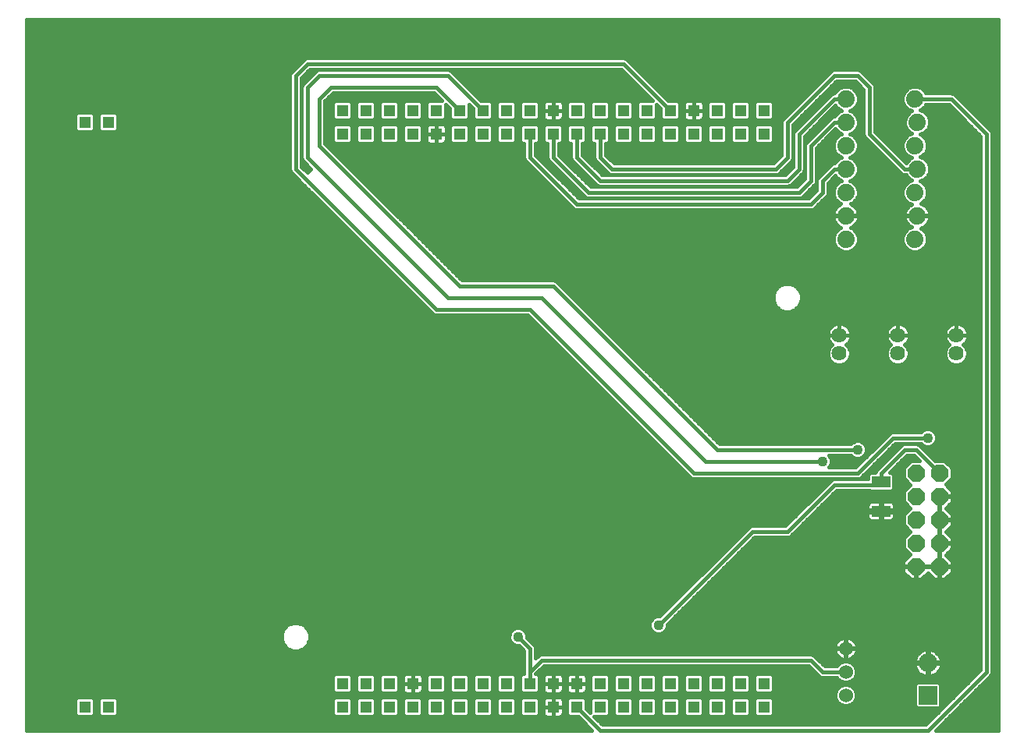
<source format=gbl>
G75*
G70*
%OFA0B0*%
%FSLAX24Y24*%
%IPPOS*%
%LPD*%
%AMOC8*
5,1,8,0,0,1.08239X$1,22.5*
%
%ADD10R,0.0515X0.0515*%
%ADD11C,0.0740*%
%ADD12C,0.0600*%
%ADD13OC8,0.0740*%
%ADD14R,0.0800X0.0800*%
%ADD15C,0.0800*%
%ADD16C,0.0640*%
%ADD17R,0.0787X0.0472*%
%ADD18C,0.0160*%
%ADD19C,0.0436*%
D10*
X003100Y001600D03*
X004100Y001600D03*
X014100Y001600D03*
X015100Y001600D03*
X016100Y001600D03*
X016100Y002600D03*
X015100Y002600D03*
X014100Y002600D03*
X017100Y002600D03*
X018100Y002600D03*
X019100Y002600D03*
X019100Y001600D03*
X018100Y001600D03*
X017100Y001600D03*
X020100Y001600D03*
X021100Y001600D03*
X022100Y001600D03*
X022100Y002600D03*
X021100Y002600D03*
X020100Y002600D03*
X023100Y002600D03*
X024100Y002600D03*
X025100Y002600D03*
X025100Y001600D03*
X024100Y001600D03*
X023100Y001600D03*
X026100Y001600D03*
X027100Y001600D03*
X028100Y001600D03*
X028100Y002600D03*
X027100Y002600D03*
X026100Y002600D03*
X029100Y002600D03*
X030100Y002600D03*
X031100Y002600D03*
X031100Y001600D03*
X030100Y001600D03*
X029100Y001600D03*
X032100Y001600D03*
X032100Y002600D03*
X032100Y026100D03*
X032100Y027100D03*
X031100Y027100D03*
X030100Y027100D03*
X029100Y027100D03*
X029100Y026100D03*
X030100Y026100D03*
X031100Y026100D03*
X028100Y026100D03*
X027100Y026100D03*
X026100Y026100D03*
X026100Y027100D03*
X027100Y027100D03*
X028100Y027100D03*
X025100Y027100D03*
X024100Y027100D03*
X023100Y027100D03*
X023100Y026100D03*
X024100Y026100D03*
X025100Y026100D03*
X022100Y026100D03*
X021100Y026100D03*
X020100Y026100D03*
X020100Y027100D03*
X021100Y027100D03*
X022100Y027100D03*
X019100Y027100D03*
X018100Y027100D03*
X017100Y027100D03*
X017100Y026100D03*
X018100Y026100D03*
X019100Y026100D03*
X016100Y026100D03*
X015100Y026100D03*
X014100Y026100D03*
X014100Y027100D03*
X015100Y027100D03*
X016100Y027100D03*
X004100Y026600D03*
X003100Y026600D03*
D11*
X035600Y026600D03*
X035600Y027600D03*
X035600Y025600D03*
X035600Y024600D03*
X035600Y023600D03*
X035600Y022600D03*
X035600Y021600D03*
X038550Y021600D03*
X038650Y022600D03*
X038550Y023600D03*
X038650Y024600D03*
X038550Y025600D03*
X038650Y026600D03*
X038550Y027600D03*
D12*
X035600Y004100D03*
X035600Y003100D03*
X035600Y002100D03*
D13*
X038600Y007600D03*
X039600Y007600D03*
X039600Y008600D03*
X038600Y008600D03*
X038600Y009600D03*
X039600Y009600D03*
X039600Y010600D03*
X038600Y010600D03*
X038600Y011600D03*
X039600Y011600D03*
D14*
X039100Y002100D03*
D15*
X039100Y003478D03*
D16*
X040317Y016706D03*
X040317Y017494D03*
X037817Y017494D03*
X037817Y016706D03*
X035317Y016706D03*
X035317Y017494D03*
D17*
X037100Y011230D03*
X037100Y009970D03*
D18*
X000600Y000600D02*
X000600Y030990D01*
X042100Y030990D01*
X042100Y000600D01*
X039439Y000600D01*
X041803Y002964D01*
X041840Y003052D01*
X041840Y026148D01*
X041803Y026236D01*
X040303Y027736D01*
X040236Y027803D01*
X040148Y027840D01*
X039024Y027840D01*
X038999Y027900D01*
X038850Y028049D01*
X038655Y028130D01*
X038445Y028130D01*
X038250Y028049D01*
X038101Y027900D01*
X038020Y027705D01*
X038020Y027495D01*
X038101Y027300D01*
X038250Y027151D01*
X038422Y027079D01*
X038350Y027049D01*
X038201Y026900D01*
X038120Y026705D01*
X038120Y026495D01*
X038201Y026300D01*
X038350Y026151D01*
X038422Y026121D01*
X038250Y026049D01*
X038101Y025900D01*
X038020Y025705D01*
X038020Y025495D01*
X038101Y025300D01*
X038250Y025151D01*
X038422Y025079D01*
X038350Y025049D01*
X038201Y024900D01*
X038183Y024857D01*
X036840Y026199D01*
X036840Y028148D01*
X036803Y028236D01*
X036236Y028803D01*
X036148Y028840D01*
X035052Y028840D01*
X034964Y028803D01*
X032964Y026803D01*
X032897Y026736D01*
X032860Y026648D01*
X032860Y025199D01*
X032501Y024840D01*
X025699Y024840D01*
X025340Y025199D01*
X025340Y025683D01*
X025424Y025683D01*
X025517Y025776D01*
X025517Y026424D01*
X025424Y026517D01*
X024776Y026517D01*
X024683Y026424D01*
X024683Y025776D01*
X024776Y025683D01*
X024860Y025683D01*
X024860Y025052D01*
X024897Y024964D01*
X024964Y024897D01*
X025464Y024397D01*
X025552Y024360D01*
X032648Y024360D01*
X032736Y024397D01*
X032803Y024464D01*
X033303Y024964D01*
X033340Y025052D01*
X033340Y026501D01*
X035199Y028360D01*
X036001Y028360D01*
X036360Y028001D01*
X036360Y026052D01*
X036397Y025964D01*
X036464Y025897D01*
X037964Y024397D01*
X038052Y024360D01*
X038176Y024360D01*
X038201Y024300D01*
X038350Y024151D01*
X038422Y024121D01*
X038250Y024049D01*
X038101Y023900D01*
X038020Y023705D01*
X038020Y023495D01*
X038101Y023300D01*
X038250Y023151D01*
X038398Y023089D01*
X038362Y023070D01*
X038292Y023020D01*
X038230Y022958D01*
X038180Y022888D01*
X038140Y022811D01*
X038114Y022729D01*
X038100Y022643D01*
X038100Y022620D01*
X038630Y022620D01*
X038630Y022580D01*
X038100Y022580D01*
X038100Y022557D01*
X038114Y022471D01*
X038140Y022389D01*
X038180Y022312D01*
X038230Y022242D01*
X038292Y022180D01*
X038362Y022130D01*
X038398Y022111D01*
X038250Y022049D01*
X038101Y021900D01*
X038020Y021705D01*
X038020Y021495D01*
X038101Y021300D01*
X038250Y021151D01*
X038445Y021070D01*
X038655Y021070D01*
X038850Y021151D01*
X038999Y021300D01*
X039080Y021495D01*
X039080Y021705D01*
X038999Y021900D01*
X038850Y022049D01*
X038800Y022070D01*
X038861Y022090D01*
X038938Y022130D01*
X039008Y022180D01*
X039070Y022242D01*
X039120Y022312D01*
X039160Y022389D01*
X039186Y022471D01*
X039200Y022557D01*
X039200Y022580D01*
X038670Y022580D01*
X038670Y022620D01*
X039200Y022620D01*
X039200Y022643D01*
X039186Y022729D01*
X039160Y022811D01*
X039120Y022888D01*
X039070Y022958D01*
X039008Y023020D01*
X038938Y023070D01*
X038861Y023110D01*
X038800Y023130D01*
X038850Y023151D01*
X038999Y023300D01*
X039080Y023495D01*
X039080Y023705D01*
X038999Y023900D01*
X038850Y024049D01*
X038778Y024079D01*
X038950Y024151D01*
X039099Y024300D01*
X039180Y024495D01*
X039180Y024705D01*
X039099Y024900D01*
X038950Y025049D01*
X038778Y025121D01*
X038850Y025151D01*
X038999Y025300D01*
X039080Y025495D01*
X039080Y025705D01*
X038999Y025900D01*
X038850Y026049D01*
X038778Y026079D01*
X038950Y026151D01*
X039099Y026300D01*
X039180Y026495D01*
X039180Y026705D01*
X039099Y026900D01*
X038950Y027049D01*
X038778Y027121D01*
X038850Y027151D01*
X038999Y027300D01*
X039024Y027360D01*
X040001Y027360D01*
X041360Y026001D01*
X041360Y003199D01*
X039001Y000840D01*
X025199Y000840D01*
X024857Y001183D01*
X025424Y001183D01*
X025517Y001276D01*
X025517Y001924D01*
X025424Y002017D01*
X024776Y002017D01*
X024683Y001924D01*
X024683Y001357D01*
X024517Y001522D01*
X024517Y001924D01*
X024424Y002017D01*
X023776Y002017D01*
X023683Y001924D01*
X023683Y001276D01*
X023776Y001183D01*
X024178Y001183D01*
X024761Y000600D01*
X000600Y000600D01*
X000600Y000734D02*
X024627Y000734D01*
X024468Y000893D02*
X000600Y000893D01*
X000600Y001051D02*
X024310Y001051D01*
X024671Y001368D02*
X024683Y001368D01*
X024683Y001527D02*
X024517Y001527D01*
X024517Y001685D02*
X024683Y001685D01*
X024683Y001844D02*
X024517Y001844D01*
X024439Y002002D02*
X024761Y002002D01*
X024776Y002183D02*
X024683Y002276D01*
X024683Y002924D01*
X024776Y003017D01*
X025424Y003017D01*
X025517Y002924D01*
X025517Y002276D01*
X025424Y002183D01*
X024776Y002183D01*
X024683Y002319D02*
X024537Y002319D01*
X024537Y002600D01*
X024537Y002881D01*
X024525Y002927D01*
X024502Y002968D01*
X024468Y003002D01*
X024427Y003025D01*
X024381Y003037D01*
X024100Y003037D01*
X024100Y002600D01*
X024100Y002600D01*
X024537Y002600D01*
X024100Y002600D01*
X024100Y002600D01*
X024100Y003037D01*
X023819Y003037D01*
X023773Y003025D01*
X023732Y003002D01*
X023698Y002968D01*
X023675Y002927D01*
X023663Y002881D01*
X023663Y002600D01*
X023663Y002319D01*
X023537Y002319D01*
X023537Y002600D01*
X023537Y002881D01*
X023525Y002927D01*
X023502Y002968D01*
X023468Y003002D01*
X023427Y003025D01*
X023381Y003037D01*
X023100Y003037D01*
X023100Y002600D01*
X023100Y002600D01*
X023537Y002600D01*
X023100Y002600D01*
X023100Y002600D01*
X023100Y003037D01*
X022819Y003037D01*
X022773Y003025D01*
X022732Y003002D01*
X022698Y002968D01*
X022675Y002927D01*
X022663Y002881D01*
X022663Y002600D01*
X022663Y002319D01*
X022517Y002319D01*
X022517Y002276D02*
X022517Y002924D01*
X022424Y003017D01*
X022357Y003017D01*
X022699Y003360D01*
X034001Y003360D01*
X034464Y002897D01*
X034552Y002860D01*
X035202Y002860D01*
X035210Y002839D01*
X035339Y002710D01*
X035508Y002640D01*
X035691Y002640D01*
X035861Y002710D01*
X035990Y002839D01*
X036060Y003008D01*
X036060Y003191D01*
X035990Y003361D01*
X035861Y003490D01*
X035691Y003560D01*
X035508Y003560D01*
X035339Y003490D01*
X035210Y003361D01*
X035202Y003340D01*
X034699Y003340D01*
X034303Y003736D01*
X034236Y003803D01*
X034148Y003840D01*
X022552Y003840D01*
X022464Y003803D01*
X022340Y003679D01*
X022340Y004148D01*
X022303Y004236D01*
X021978Y004562D01*
X021978Y004675D01*
X021920Y004814D01*
X021814Y004920D01*
X021675Y004978D01*
X021525Y004978D01*
X021386Y004920D01*
X021280Y004814D01*
X021222Y004675D01*
X021222Y004525D01*
X021280Y004386D01*
X021386Y004280D01*
X021525Y004222D01*
X021638Y004222D01*
X021860Y004001D01*
X021860Y003017D01*
X021776Y003017D01*
X021683Y002924D01*
X021683Y002276D01*
X021776Y002183D01*
X022424Y002183D01*
X022517Y002276D01*
X022663Y002319D02*
X022675Y002273D01*
X022698Y002232D01*
X022732Y002198D01*
X022773Y002175D01*
X022819Y002163D01*
X023100Y002163D01*
X023381Y002163D01*
X023427Y002175D01*
X023468Y002198D01*
X023502Y002232D01*
X023525Y002273D01*
X023537Y002319D01*
X023663Y002319D02*
X023675Y002273D01*
X023698Y002232D01*
X023732Y002198D01*
X023773Y002175D01*
X023819Y002163D01*
X024100Y002163D01*
X024381Y002163D01*
X024427Y002175D01*
X024468Y002198D01*
X024502Y002232D01*
X024525Y002273D01*
X024537Y002319D01*
X024537Y002478D02*
X024683Y002478D01*
X024683Y002636D02*
X024537Y002636D01*
X024537Y002795D02*
X024683Y002795D01*
X024712Y002953D02*
X024510Y002953D01*
X024100Y002953D02*
X024100Y002953D01*
X024100Y002795D02*
X024100Y002795D01*
X024100Y002636D02*
X024100Y002636D01*
X024100Y002600D02*
X024100Y002600D01*
X024100Y002163D01*
X024100Y002600D01*
X024100Y002600D01*
X023663Y002600D01*
X024100Y002600D01*
X024100Y002478D02*
X024100Y002478D01*
X024100Y002319D02*
X024100Y002319D01*
X023761Y002002D02*
X023467Y002002D01*
X023468Y002002D02*
X023427Y002025D01*
X023381Y002037D01*
X023100Y002037D01*
X022819Y002037D01*
X022773Y002025D01*
X022732Y002002D01*
X022698Y001968D01*
X022675Y001927D01*
X022663Y001881D01*
X022663Y001600D01*
X022663Y001319D01*
X022675Y001273D01*
X022698Y001232D01*
X022732Y001198D01*
X022773Y001175D01*
X022819Y001163D01*
X023100Y001163D01*
X023381Y001163D01*
X023427Y001175D01*
X023468Y001198D01*
X023502Y001232D01*
X023525Y001273D01*
X023537Y001319D01*
X023537Y001600D01*
X023537Y001881D01*
X023525Y001927D01*
X023502Y001968D01*
X023468Y002002D01*
X023537Y001844D02*
X023683Y001844D01*
X023683Y001685D02*
X023537Y001685D01*
X023537Y001600D02*
X023100Y001600D01*
X023100Y001600D01*
X023100Y002037D01*
X023100Y001600D01*
X023100Y001600D01*
X023537Y001600D01*
X023537Y001527D02*
X023683Y001527D01*
X023683Y001368D02*
X023537Y001368D01*
X023479Y001210D02*
X023749Y001210D01*
X023100Y001210D02*
X023100Y001210D01*
X023100Y001163D02*
X023100Y001600D01*
X023100Y001600D01*
X023100Y001600D01*
X022663Y001600D01*
X023100Y001600D01*
X023100Y001163D01*
X023100Y001368D02*
X023100Y001368D01*
X023100Y001527D02*
X023100Y001527D01*
X023100Y001685D02*
X023100Y001685D01*
X023100Y001844D02*
X023100Y001844D01*
X023100Y002002D02*
X023100Y002002D01*
X023100Y002163D02*
X023100Y002600D01*
X023100Y002600D01*
X023100Y002600D01*
X022663Y002600D01*
X023100Y002600D01*
X023100Y002163D01*
X023100Y002319D02*
X023100Y002319D01*
X023100Y002478D02*
X023100Y002478D01*
X023100Y002636D02*
X023100Y002636D01*
X023100Y002795D02*
X023100Y002795D01*
X023100Y002953D02*
X023100Y002953D01*
X022690Y002953D02*
X022488Y002953D01*
X022517Y002795D02*
X022663Y002795D01*
X022663Y002636D02*
X022517Y002636D01*
X022517Y002478D02*
X022663Y002478D01*
X022733Y002002D02*
X022439Y002002D01*
X022424Y002017D02*
X022517Y001924D01*
X022517Y001276D01*
X022424Y001183D01*
X021776Y001183D01*
X021683Y001276D01*
X021683Y001924D01*
X021776Y002017D01*
X022424Y002017D01*
X022517Y001844D02*
X022663Y001844D01*
X022663Y001685D02*
X022517Y001685D01*
X022517Y001527D02*
X022663Y001527D01*
X022663Y001368D02*
X022517Y001368D01*
X022451Y001210D02*
X022721Y001210D01*
X021749Y001210D02*
X021451Y001210D01*
X021424Y001183D02*
X021517Y001276D01*
X021517Y001924D01*
X021424Y002017D01*
X020776Y002017D01*
X020683Y001924D01*
X020683Y001276D01*
X020776Y001183D01*
X021424Y001183D01*
X021517Y001368D02*
X021683Y001368D01*
X021683Y001527D02*
X021517Y001527D01*
X021517Y001685D02*
X021683Y001685D01*
X021683Y001844D02*
X021517Y001844D01*
X021439Y002002D02*
X021761Y002002D01*
X021683Y002319D02*
X021517Y002319D01*
X021517Y002276D02*
X021517Y002924D01*
X021424Y003017D01*
X020776Y003017D01*
X020683Y002924D01*
X020683Y002276D01*
X020776Y002183D01*
X021424Y002183D01*
X021517Y002276D01*
X021517Y002478D02*
X021683Y002478D01*
X021683Y002636D02*
X021517Y002636D01*
X021517Y002795D02*
X021683Y002795D01*
X021712Y002953D02*
X021488Y002953D01*
X021860Y003112D02*
X000600Y003112D01*
X000600Y003270D02*
X021860Y003270D01*
X021860Y003429D02*
X000600Y003429D01*
X000600Y003587D02*
X021860Y003587D01*
X021860Y003746D02*
X000600Y003746D01*
X000600Y003904D02*
X021860Y003904D01*
X021798Y004063D02*
X012365Y004063D01*
X012439Y004093D02*
X012219Y004002D01*
X011981Y004002D01*
X011761Y004093D01*
X011593Y004261D01*
X011502Y004481D01*
X011502Y004719D01*
X011593Y004939D01*
X011761Y005107D01*
X011981Y005198D01*
X012219Y005198D01*
X012439Y005107D01*
X012607Y004939D01*
X012698Y004719D01*
X012698Y004481D01*
X012607Y004261D01*
X012439Y004093D01*
X012567Y004221D02*
X021640Y004221D01*
X021600Y004600D02*
X022100Y004100D01*
X022100Y003100D01*
X022100Y002600D01*
X022100Y003100D02*
X022600Y003600D01*
X034100Y003600D01*
X034600Y003100D01*
X035600Y003100D01*
X035922Y003429D02*
X038521Y003429D01*
X038520Y003432D02*
X038534Y003342D01*
X038562Y003255D01*
X038604Y003174D01*
X038658Y003100D01*
X038722Y003036D01*
X038796Y002982D01*
X038877Y002940D01*
X038964Y002912D01*
X039054Y002898D01*
X039062Y002898D01*
X039062Y003440D01*
X038520Y003440D01*
X038520Y003432D01*
X038520Y003516D02*
X039062Y003516D01*
X039062Y004058D01*
X039054Y004058D01*
X038964Y004044D01*
X038877Y004015D01*
X038796Y003974D01*
X038722Y003920D01*
X038658Y003856D01*
X038604Y003782D01*
X038562Y003701D01*
X038534Y003614D01*
X038520Y003524D01*
X038520Y003516D01*
X038530Y003587D02*
X034452Y003587D01*
X034294Y003746D02*
X035276Y003746D01*
X035287Y003734D02*
X035348Y003689D01*
X035416Y003655D01*
X035488Y003632D01*
X035562Y003620D01*
X035580Y003620D01*
X035580Y004080D01*
X035620Y004080D01*
X035620Y004120D01*
X036080Y004120D01*
X036080Y004138D01*
X036068Y004212D01*
X036045Y004284D01*
X036011Y004352D01*
X035966Y004413D01*
X035913Y004466D01*
X035852Y004511D01*
X035784Y004545D01*
X035712Y004568D01*
X035638Y004580D01*
X035620Y004580D01*
X035620Y004120D01*
X035580Y004120D01*
X035580Y004580D01*
X035562Y004580D01*
X035488Y004568D01*
X035416Y004545D01*
X035348Y004511D01*
X035287Y004466D01*
X035234Y004413D01*
X035189Y004352D01*
X035155Y004284D01*
X035132Y004212D01*
X035120Y004138D01*
X035120Y004120D01*
X035580Y004120D01*
X035580Y004080D01*
X035120Y004080D01*
X035120Y004062D01*
X035132Y003988D01*
X035155Y003916D01*
X035189Y003848D01*
X035234Y003787D01*
X035287Y003734D01*
X035161Y003904D02*
X022340Y003904D01*
X022340Y003746D02*
X022406Y003746D01*
X022340Y004063D02*
X035120Y004063D01*
X035135Y004221D02*
X022310Y004221D01*
X022160Y004380D02*
X035210Y004380D01*
X035402Y004538D02*
X022001Y004538D01*
X021969Y004697D02*
X041360Y004697D01*
X041360Y004855D02*
X027889Y004855D01*
X027920Y004886D02*
X027978Y005025D01*
X027978Y005138D01*
X031699Y008860D01*
X033148Y008860D01*
X033236Y008897D01*
X033303Y008964D01*
X035199Y010860D01*
X036614Y010860D01*
X036640Y010834D01*
X037560Y010834D01*
X037654Y010927D01*
X037654Y011532D01*
X037560Y011626D01*
X037466Y011626D01*
X038199Y012360D01*
X038501Y012360D01*
X038731Y012130D01*
X038380Y012130D01*
X038070Y011820D01*
X038070Y011380D01*
X038350Y011100D01*
X038070Y010820D01*
X038070Y010380D01*
X038350Y010100D01*
X038070Y009820D01*
X038070Y009380D01*
X038350Y009100D01*
X038070Y008820D01*
X038070Y008380D01*
X038336Y008114D01*
X038050Y007828D01*
X038050Y007620D01*
X038580Y007620D01*
X038580Y007580D01*
X038050Y007580D01*
X038050Y007372D01*
X038372Y007050D01*
X038580Y007050D01*
X038580Y007580D01*
X038620Y007580D01*
X038620Y007620D01*
X039580Y007620D01*
X039580Y008150D01*
X039580Y008580D01*
X039620Y008580D01*
X039620Y008620D01*
X040150Y008620D01*
X040150Y008828D01*
X039878Y009100D01*
X040150Y009372D01*
X040150Y009580D01*
X039620Y009580D01*
X039620Y009620D01*
X040150Y009620D01*
X040150Y009828D01*
X039878Y010100D01*
X040150Y010372D01*
X040150Y010580D01*
X039620Y010580D01*
X039620Y010620D01*
X040150Y010620D01*
X040150Y010828D01*
X039864Y011114D01*
X040130Y011380D01*
X040130Y011820D01*
X039820Y012130D01*
X039409Y012130D01*
X038736Y012803D01*
X038648Y012840D01*
X038052Y012840D01*
X037964Y012803D01*
X037897Y012736D01*
X036897Y011736D01*
X036860Y011648D01*
X036860Y011626D01*
X036640Y011626D01*
X036546Y011532D01*
X036546Y011340D01*
X035052Y011340D01*
X034964Y011303D01*
X033001Y009340D01*
X031552Y009340D01*
X031464Y009303D01*
X027638Y005478D01*
X027525Y005478D01*
X027386Y005420D01*
X027280Y005314D01*
X027222Y005175D01*
X027222Y005025D01*
X027280Y004886D01*
X027386Y004780D01*
X027525Y004722D01*
X027675Y004722D01*
X027814Y004780D01*
X027920Y004886D01*
X027973Y005014D02*
X041360Y005014D01*
X041360Y005172D02*
X028011Y005172D01*
X028170Y005331D02*
X041360Y005331D01*
X041360Y005489D02*
X028328Y005489D01*
X028487Y005648D02*
X041360Y005648D01*
X041360Y005806D02*
X028645Y005806D01*
X028804Y005965D02*
X041360Y005965D01*
X041360Y006123D02*
X028962Y006123D01*
X029121Y006282D02*
X041360Y006282D01*
X041360Y006440D02*
X029279Y006440D01*
X029438Y006599D02*
X041360Y006599D01*
X041360Y006757D02*
X029596Y006757D01*
X029755Y006916D02*
X041360Y006916D01*
X041360Y007074D02*
X039852Y007074D01*
X039828Y007050D02*
X040150Y007372D01*
X040150Y007580D01*
X039620Y007580D01*
X039620Y007620D01*
X040150Y007620D01*
X040150Y007828D01*
X039878Y008100D01*
X040150Y008372D01*
X040150Y008580D01*
X039620Y008580D01*
X039620Y007620D01*
X039580Y007620D01*
X039580Y007580D01*
X039620Y007580D01*
X039620Y007050D01*
X039828Y007050D01*
X039620Y007074D02*
X039580Y007074D01*
X039580Y007050D02*
X039580Y007580D01*
X039050Y007580D01*
X038620Y007580D01*
X038620Y007050D01*
X038828Y007050D01*
X039100Y007322D01*
X039372Y007050D01*
X039580Y007050D01*
X039580Y007233D02*
X039620Y007233D01*
X039620Y007391D02*
X039580Y007391D01*
X039580Y007550D02*
X039620Y007550D01*
X039620Y007708D02*
X039580Y007708D01*
X039580Y007867D02*
X039620Y007867D01*
X039620Y008025D02*
X039580Y008025D01*
X039580Y008184D02*
X039620Y008184D01*
X039620Y008342D02*
X039580Y008342D01*
X039580Y008501D02*
X039620Y008501D01*
X039620Y008620D02*
X039580Y008620D01*
X039580Y009150D01*
X039580Y009580D01*
X039620Y009580D01*
X039620Y008620D01*
X039620Y008659D02*
X039580Y008659D01*
X039580Y008818D02*
X039620Y008818D01*
X039620Y008976D02*
X039580Y008976D01*
X039580Y009135D02*
X039620Y009135D01*
X039620Y009293D02*
X039580Y009293D01*
X039580Y009452D02*
X039620Y009452D01*
X039620Y009610D02*
X041360Y009610D01*
X041360Y009452D02*
X040150Y009452D01*
X040071Y009293D02*
X041360Y009293D01*
X041360Y009135D02*
X039912Y009135D01*
X040002Y008976D02*
X041360Y008976D01*
X041360Y008818D02*
X040150Y008818D01*
X040150Y008659D02*
X041360Y008659D01*
X041360Y008501D02*
X040150Y008501D01*
X040120Y008342D02*
X041360Y008342D01*
X041360Y008184D02*
X039961Y008184D01*
X039953Y008025D02*
X041360Y008025D01*
X041360Y007867D02*
X040111Y007867D01*
X040150Y007708D02*
X041360Y007708D01*
X041360Y007550D02*
X040150Y007550D01*
X040150Y007391D02*
X041360Y007391D01*
X041360Y007233D02*
X040010Y007233D01*
X039348Y007074D02*
X038852Y007074D01*
X039010Y007233D02*
X039190Y007233D01*
X038620Y007233D02*
X038580Y007233D01*
X038580Y007391D02*
X038620Y007391D01*
X038620Y007550D02*
X038580Y007550D01*
X038600Y007600D02*
X037600Y007600D01*
X037100Y008100D01*
X037100Y009970D01*
X037138Y009932D02*
X037138Y009554D01*
X037517Y009554D01*
X037563Y009566D01*
X037604Y009590D01*
X037638Y009623D01*
X037661Y009664D01*
X037674Y009710D01*
X037674Y009932D01*
X037138Y009932D01*
X037062Y009932D01*
X037062Y009554D01*
X036683Y009554D01*
X036637Y009566D01*
X036596Y009590D01*
X036562Y009623D01*
X036539Y009664D01*
X036526Y009710D01*
X036526Y009932D01*
X037062Y009932D01*
X037062Y010008D01*
X036526Y010008D01*
X036526Y010230D01*
X036539Y010276D01*
X036562Y010317D01*
X036596Y010350D01*
X036637Y010374D01*
X036683Y010386D01*
X037062Y010386D01*
X037062Y010008D01*
X037138Y010008D01*
X037674Y010008D01*
X037674Y010230D01*
X037661Y010276D01*
X037638Y010317D01*
X037604Y010350D01*
X037563Y010374D01*
X037517Y010386D01*
X037138Y010386D01*
X037138Y010008D01*
X037138Y009932D01*
X037138Y009927D02*
X037062Y009927D01*
X037062Y009769D02*
X037138Y009769D01*
X037138Y009610D02*
X037062Y009610D01*
X037062Y010086D02*
X037138Y010086D01*
X037138Y010244D02*
X037062Y010244D01*
X036530Y010244D02*
X034583Y010244D01*
X034425Y010086D02*
X036526Y010086D01*
X036526Y009927D02*
X034266Y009927D01*
X034108Y009769D02*
X036526Y009769D01*
X036576Y009610D02*
X033949Y009610D01*
X033791Y009452D02*
X038070Y009452D01*
X038070Y009610D02*
X037624Y009610D01*
X037674Y009769D02*
X038070Y009769D01*
X038177Y009927D02*
X037674Y009927D01*
X037674Y010086D02*
X038336Y010086D01*
X038206Y010244D02*
X037670Y010244D01*
X038070Y010403D02*
X034742Y010403D01*
X034900Y010561D02*
X038070Y010561D01*
X038070Y010720D02*
X035059Y010720D01*
X034697Y011037D02*
X000600Y011037D01*
X000600Y011195D02*
X034856Y011195D01*
X035100Y011100D02*
X033100Y009100D01*
X031600Y009100D01*
X027600Y005100D01*
X027311Y004855D02*
X021879Y004855D01*
X021321Y004855D02*
X012642Y004855D01*
X012698Y004697D02*
X021231Y004697D01*
X021222Y004538D02*
X012698Y004538D01*
X012656Y004380D02*
X021286Y004380D01*
X022609Y003270D02*
X034091Y003270D01*
X034249Y003112D02*
X022451Y003112D01*
X023510Y002953D02*
X023690Y002953D01*
X023663Y002795D02*
X023537Y002795D01*
X023537Y002636D02*
X023663Y002636D01*
X023663Y002478D02*
X023537Y002478D01*
X024100Y001600D02*
X025100Y000600D01*
X039100Y000600D01*
X041600Y003100D01*
X041600Y026100D01*
X040100Y027600D01*
X038550Y027600D01*
X038903Y027996D02*
X042100Y027996D01*
X042100Y027838D02*
X040154Y027838D01*
X040303Y027736D02*
X040303Y027736D01*
X040360Y027679D02*
X042100Y027679D01*
X042100Y027521D02*
X040519Y027521D01*
X040677Y027362D02*
X042100Y027362D01*
X042100Y027204D02*
X040836Y027204D01*
X040994Y027045D02*
X042100Y027045D01*
X042100Y026887D02*
X041153Y026887D01*
X041311Y026728D02*
X042100Y026728D01*
X042100Y026570D02*
X041470Y026570D01*
X041628Y026411D02*
X042100Y026411D01*
X042100Y026253D02*
X041787Y026253D01*
X041840Y026094D02*
X042100Y026094D01*
X042100Y025936D02*
X041840Y025936D01*
X041840Y025777D02*
X042100Y025777D01*
X042100Y025619D02*
X041840Y025619D01*
X041840Y025460D02*
X042100Y025460D01*
X042100Y025302D02*
X041840Y025302D01*
X041840Y025143D02*
X042100Y025143D01*
X042100Y024985D02*
X041840Y024985D01*
X041840Y024826D02*
X042100Y024826D01*
X042100Y024668D02*
X041840Y024668D01*
X041840Y024509D02*
X042100Y024509D01*
X042100Y024351D02*
X041840Y024351D01*
X041840Y024192D02*
X042100Y024192D01*
X042100Y024034D02*
X041840Y024034D01*
X041840Y023875D02*
X042100Y023875D01*
X042100Y023717D02*
X041840Y023717D01*
X041840Y023558D02*
X042100Y023558D01*
X042100Y023400D02*
X041840Y023400D01*
X041840Y023241D02*
X042100Y023241D01*
X042100Y023083D02*
X041840Y023083D01*
X041840Y022924D02*
X042100Y022924D01*
X042100Y022766D02*
X041840Y022766D01*
X041840Y022607D02*
X042100Y022607D01*
X042100Y022449D02*
X041840Y022449D01*
X041840Y022290D02*
X042100Y022290D01*
X042100Y022132D02*
X041840Y022132D01*
X041840Y021973D02*
X042100Y021973D01*
X042100Y021815D02*
X041840Y021815D01*
X041840Y021656D02*
X042100Y021656D01*
X042100Y021498D02*
X041840Y021498D01*
X041840Y021339D02*
X042100Y021339D01*
X042100Y021181D02*
X041840Y021181D01*
X041840Y021022D02*
X042100Y021022D01*
X042100Y020864D02*
X041840Y020864D01*
X041840Y020705D02*
X042100Y020705D01*
X042100Y020547D02*
X041840Y020547D01*
X041840Y020388D02*
X042100Y020388D01*
X042100Y020230D02*
X041840Y020230D01*
X041840Y020071D02*
X042100Y020071D01*
X042100Y019913D02*
X041840Y019913D01*
X041840Y019754D02*
X042100Y019754D01*
X042100Y019596D02*
X041840Y019596D01*
X041840Y019437D02*
X042100Y019437D01*
X042100Y019279D02*
X041840Y019279D01*
X041840Y019120D02*
X042100Y019120D01*
X042100Y018962D02*
X041840Y018962D01*
X041840Y018803D02*
X042100Y018803D01*
X042100Y018645D02*
X041840Y018645D01*
X041840Y018486D02*
X042100Y018486D01*
X042100Y018328D02*
X041840Y018328D01*
X041840Y018169D02*
X042100Y018169D01*
X042100Y018011D02*
X041840Y018011D01*
X041840Y017852D02*
X042100Y017852D01*
X042100Y017694D02*
X041840Y017694D01*
X041840Y017535D02*
X042100Y017535D01*
X042100Y017377D02*
X041840Y017377D01*
X041840Y017218D02*
X042100Y017218D01*
X042100Y017060D02*
X041840Y017060D01*
X041840Y016901D02*
X042100Y016901D01*
X042100Y016743D02*
X041840Y016743D01*
X041840Y016584D02*
X042100Y016584D01*
X042100Y016426D02*
X041840Y016426D01*
X041840Y016267D02*
X042100Y016267D01*
X042100Y016109D02*
X041840Y016109D01*
X041840Y015950D02*
X042100Y015950D01*
X042100Y015792D02*
X041840Y015792D01*
X041840Y015633D02*
X042100Y015633D01*
X042100Y015475D02*
X041840Y015475D01*
X041840Y015316D02*
X042100Y015316D01*
X042100Y015158D02*
X041840Y015158D01*
X041840Y014999D02*
X042100Y014999D01*
X042100Y014841D02*
X041840Y014841D01*
X041840Y014682D02*
X042100Y014682D01*
X042100Y014524D02*
X041840Y014524D01*
X041840Y014365D02*
X042100Y014365D01*
X042100Y014207D02*
X041840Y014207D01*
X041840Y014048D02*
X042100Y014048D01*
X042100Y013890D02*
X041840Y013890D01*
X041840Y013731D02*
X042100Y013731D01*
X042100Y013573D02*
X041840Y013573D01*
X041840Y013414D02*
X042100Y013414D01*
X042100Y013256D02*
X041840Y013256D01*
X041840Y013097D02*
X042100Y013097D01*
X042100Y012939D02*
X041840Y012939D01*
X041840Y012780D02*
X042100Y012780D01*
X042100Y012622D02*
X041840Y012622D01*
X041840Y012463D02*
X042100Y012463D01*
X042100Y012305D02*
X041840Y012305D01*
X041840Y012146D02*
X042100Y012146D01*
X042100Y011988D02*
X041840Y011988D01*
X041840Y011829D02*
X042100Y011829D01*
X042100Y011671D02*
X041840Y011671D01*
X041840Y011512D02*
X042100Y011512D01*
X042100Y011354D02*
X041840Y011354D01*
X041840Y011195D02*
X042100Y011195D01*
X042100Y011037D02*
X041840Y011037D01*
X041840Y010878D02*
X042100Y010878D01*
X042100Y010720D02*
X041840Y010720D01*
X041840Y010561D02*
X042100Y010561D01*
X042100Y010403D02*
X041840Y010403D01*
X041840Y010244D02*
X042100Y010244D01*
X042100Y010086D02*
X041840Y010086D01*
X041840Y009927D02*
X042100Y009927D01*
X042100Y009769D02*
X041840Y009769D01*
X041840Y009610D02*
X042100Y009610D01*
X042100Y009452D02*
X041840Y009452D01*
X041840Y009293D02*
X042100Y009293D01*
X042100Y009135D02*
X041840Y009135D01*
X041840Y008976D02*
X042100Y008976D01*
X042100Y008818D02*
X041840Y008818D01*
X041840Y008659D02*
X042100Y008659D01*
X042100Y008501D02*
X041840Y008501D01*
X041840Y008342D02*
X042100Y008342D01*
X042100Y008184D02*
X041840Y008184D01*
X041840Y008025D02*
X042100Y008025D01*
X042100Y007867D02*
X041840Y007867D01*
X041840Y007708D02*
X042100Y007708D01*
X042100Y007550D02*
X041840Y007550D01*
X041840Y007391D02*
X042100Y007391D01*
X042100Y007233D02*
X041840Y007233D01*
X041840Y007074D02*
X042100Y007074D01*
X042100Y006916D02*
X041840Y006916D01*
X041840Y006757D02*
X042100Y006757D01*
X042100Y006599D02*
X041840Y006599D01*
X041840Y006440D02*
X042100Y006440D01*
X042100Y006282D02*
X041840Y006282D01*
X041840Y006123D02*
X042100Y006123D01*
X042100Y005965D02*
X041840Y005965D01*
X041840Y005806D02*
X042100Y005806D01*
X042100Y005648D02*
X041840Y005648D01*
X041840Y005489D02*
X042100Y005489D01*
X042100Y005331D02*
X041840Y005331D01*
X041840Y005172D02*
X042100Y005172D01*
X042100Y005014D02*
X041840Y005014D01*
X041840Y004855D02*
X042100Y004855D01*
X042100Y004697D02*
X041840Y004697D01*
X041840Y004538D02*
X042100Y004538D01*
X042100Y004380D02*
X041840Y004380D01*
X041840Y004221D02*
X042100Y004221D01*
X042100Y004063D02*
X041840Y004063D01*
X041840Y003904D02*
X042100Y003904D01*
X042100Y003746D02*
X041840Y003746D01*
X041840Y003587D02*
X042100Y003587D01*
X042100Y003429D02*
X041840Y003429D01*
X041840Y003270D02*
X042100Y003270D01*
X042100Y003112D02*
X041840Y003112D01*
X041792Y002953D02*
X042100Y002953D01*
X042100Y002795D02*
X041634Y002795D01*
X041475Y002636D02*
X042100Y002636D01*
X042100Y002478D02*
X041317Y002478D01*
X041158Y002319D02*
X042100Y002319D01*
X042100Y002161D02*
X041000Y002161D01*
X040841Y002002D02*
X042100Y002002D01*
X042100Y001844D02*
X040683Y001844D01*
X040524Y001685D02*
X042100Y001685D01*
X042100Y001527D02*
X040366Y001527D01*
X040207Y001368D02*
X042100Y001368D01*
X042100Y001210D02*
X040049Y001210D01*
X039890Y001051D02*
X042100Y001051D01*
X042100Y000893D02*
X039732Y000893D01*
X039573Y000734D02*
X042100Y000734D01*
X040321Y002161D02*
X039660Y002161D01*
X039660Y002319D02*
X040480Y002319D01*
X040638Y002478D02*
X039660Y002478D01*
X039660Y002566D02*
X039566Y002660D01*
X038634Y002660D01*
X038540Y002566D01*
X038540Y001634D01*
X038634Y001540D01*
X039566Y001540D01*
X039660Y001634D01*
X039660Y002566D01*
X039590Y002636D02*
X040797Y002636D01*
X040955Y002795D02*
X035945Y002795D01*
X036037Y002953D02*
X038853Y002953D01*
X039062Y002953D02*
X039138Y002953D01*
X039138Y002898D02*
X039146Y002898D01*
X039236Y002912D01*
X039323Y002940D01*
X039404Y002982D01*
X039478Y003036D01*
X039542Y003100D01*
X039596Y003174D01*
X039638Y003255D01*
X039666Y003342D01*
X039680Y003432D01*
X039680Y003440D01*
X039138Y003440D01*
X039138Y003516D01*
X039062Y003516D01*
X039062Y003440D01*
X039138Y003440D01*
X039138Y002898D01*
X039138Y003112D02*
X039062Y003112D01*
X039062Y003270D02*
X039138Y003270D01*
X039138Y003429D02*
X039062Y003429D01*
X039138Y003516D02*
X039680Y003516D01*
X039680Y003524D01*
X039666Y003614D01*
X039638Y003701D01*
X039596Y003782D01*
X039542Y003856D01*
X039478Y003920D01*
X039404Y003974D01*
X039323Y004015D01*
X039236Y004044D01*
X039146Y004058D01*
X039138Y004058D01*
X039138Y003516D01*
X039138Y003587D02*
X039062Y003587D01*
X039062Y003746D02*
X039138Y003746D01*
X039138Y003904D02*
X039062Y003904D01*
X038706Y003904D02*
X036039Y003904D01*
X036045Y003916D02*
X036068Y003988D01*
X036080Y004062D01*
X036080Y004080D01*
X035620Y004080D01*
X035620Y003620D01*
X035638Y003620D01*
X035712Y003632D01*
X035784Y003655D01*
X035852Y003689D01*
X035913Y003734D01*
X035966Y003787D01*
X036011Y003848D01*
X036045Y003916D01*
X036080Y004063D02*
X041360Y004063D01*
X041360Y004221D02*
X036065Y004221D01*
X035990Y004380D02*
X041360Y004380D01*
X041360Y004538D02*
X035798Y004538D01*
X035620Y004538D02*
X035580Y004538D01*
X035580Y004380D02*
X035620Y004380D01*
X035620Y004221D02*
X035580Y004221D01*
X035580Y004063D02*
X035620Y004063D01*
X035620Y003904D02*
X035580Y003904D01*
X035580Y003746D02*
X035620Y003746D01*
X035924Y003746D02*
X038585Y003746D01*
X038558Y003270D02*
X036027Y003270D01*
X036060Y003112D02*
X038649Y003112D01*
X038610Y002636D02*
X032517Y002636D01*
X032517Y002478D02*
X035327Y002478D01*
X035339Y002490D02*
X035210Y002361D01*
X035140Y002191D01*
X035140Y002008D01*
X035210Y001839D01*
X035339Y001710D01*
X035508Y001640D01*
X035691Y001640D01*
X035861Y001710D01*
X035990Y001839D01*
X036060Y002008D01*
X036060Y002191D01*
X035990Y002361D01*
X035861Y002490D01*
X035691Y002560D01*
X035508Y002560D01*
X035339Y002490D01*
X035193Y002319D02*
X032517Y002319D01*
X032517Y002276D02*
X032517Y002924D01*
X032424Y003017D01*
X031776Y003017D01*
X031683Y002924D01*
X031683Y002276D01*
X031776Y002183D01*
X032424Y002183D01*
X032517Y002276D01*
X032424Y002017D02*
X032517Y001924D01*
X032517Y001276D01*
X032424Y001183D01*
X031776Y001183D01*
X031683Y001276D01*
X031683Y001924D01*
X031776Y002017D01*
X032424Y002017D01*
X032439Y002002D02*
X035143Y002002D01*
X035140Y002161D02*
X000600Y002161D01*
X000600Y002319D02*
X013683Y002319D01*
X013683Y002276D02*
X013776Y002183D01*
X014424Y002183D01*
X014517Y002276D01*
X014517Y002924D01*
X014424Y003017D01*
X013776Y003017D01*
X013683Y002924D01*
X013683Y002276D01*
X013683Y002478D02*
X000600Y002478D01*
X000600Y002636D02*
X013683Y002636D01*
X013683Y002795D02*
X000600Y002795D01*
X000600Y002953D02*
X013712Y002953D01*
X014488Y002953D02*
X014712Y002953D01*
X014683Y002924D02*
X014683Y002276D01*
X014776Y002183D01*
X015424Y002183D01*
X015517Y002276D01*
X015517Y002924D01*
X015424Y003017D01*
X014776Y003017D01*
X014683Y002924D01*
X014683Y002795D02*
X014517Y002795D01*
X014517Y002636D02*
X014683Y002636D01*
X014683Y002478D02*
X014517Y002478D01*
X014517Y002319D02*
X014683Y002319D01*
X014776Y002017D02*
X014683Y001924D01*
X014683Y001276D01*
X014776Y001183D01*
X015424Y001183D01*
X015517Y001276D01*
X015517Y001924D01*
X015424Y002017D01*
X014776Y002017D01*
X014761Y002002D02*
X014439Y002002D01*
X014424Y002017D02*
X014517Y001924D01*
X014517Y001276D01*
X014424Y001183D01*
X013776Y001183D01*
X013683Y001276D01*
X013683Y001924D01*
X013776Y002017D01*
X014424Y002017D01*
X014517Y001844D02*
X014683Y001844D01*
X014683Y001685D02*
X014517Y001685D01*
X014517Y001527D02*
X014683Y001527D01*
X014683Y001368D02*
X014517Y001368D01*
X014451Y001210D02*
X014749Y001210D01*
X015451Y001210D02*
X015749Y001210D01*
X015776Y001183D02*
X016424Y001183D01*
X016517Y001276D01*
X016517Y001924D01*
X016424Y002017D01*
X015776Y002017D01*
X015683Y001924D01*
X015683Y001276D01*
X015776Y001183D01*
X015683Y001368D02*
X015517Y001368D01*
X015517Y001527D02*
X015683Y001527D01*
X015683Y001685D02*
X015517Y001685D01*
X015517Y001844D02*
X015683Y001844D01*
X015761Y002002D02*
X015439Y002002D01*
X015517Y002319D02*
X015683Y002319D01*
X015683Y002276D02*
X015776Y002183D01*
X016424Y002183D01*
X016517Y002276D01*
X016517Y002924D01*
X016424Y003017D01*
X015776Y003017D01*
X015683Y002924D01*
X015683Y002276D01*
X015683Y002478D02*
X015517Y002478D01*
X015517Y002636D02*
X015683Y002636D01*
X015683Y002795D02*
X015517Y002795D01*
X015488Y002953D02*
X015712Y002953D01*
X016488Y002953D02*
X016690Y002953D01*
X016698Y002968D02*
X016675Y002927D01*
X016663Y002881D01*
X016663Y002600D01*
X016663Y002319D01*
X016517Y002319D01*
X016663Y002319D02*
X016675Y002273D01*
X016698Y002232D01*
X016732Y002198D01*
X016773Y002175D01*
X016819Y002163D01*
X017100Y002163D01*
X017381Y002163D01*
X017427Y002175D01*
X017468Y002198D01*
X017502Y002232D01*
X017525Y002273D01*
X017537Y002319D01*
X017683Y002319D01*
X017683Y002276D02*
X017776Y002183D01*
X018424Y002183D01*
X018517Y002276D01*
X018517Y002924D01*
X018424Y003017D01*
X017776Y003017D01*
X017683Y002924D01*
X017683Y002276D01*
X017537Y002319D02*
X017537Y002600D01*
X017537Y002881D01*
X017525Y002927D01*
X017502Y002968D01*
X017468Y003002D01*
X017427Y003025D01*
X017381Y003037D01*
X017100Y003037D01*
X017100Y002600D01*
X017100Y002600D01*
X017537Y002600D01*
X017100Y002600D01*
X017100Y002600D01*
X017100Y003037D01*
X016819Y003037D01*
X016773Y003025D01*
X016732Y003002D01*
X016698Y002968D01*
X016663Y002795D02*
X016517Y002795D01*
X016517Y002636D02*
X016663Y002636D01*
X016663Y002600D02*
X017100Y002600D01*
X017100Y002163D01*
X017100Y002600D01*
X017100Y002600D01*
X017100Y002600D01*
X016663Y002600D01*
X016663Y002478D02*
X016517Y002478D01*
X016439Y002002D02*
X016761Y002002D01*
X016776Y002017D02*
X016683Y001924D01*
X016683Y001276D01*
X016776Y001183D01*
X017424Y001183D01*
X017517Y001276D01*
X017517Y001924D01*
X017424Y002017D01*
X016776Y002017D01*
X016683Y001844D02*
X016517Y001844D01*
X016517Y001685D02*
X016683Y001685D01*
X016683Y001527D02*
X016517Y001527D01*
X016517Y001368D02*
X016683Y001368D01*
X016749Y001210D02*
X016451Y001210D01*
X017451Y001210D02*
X017749Y001210D01*
X017776Y001183D02*
X018424Y001183D01*
X018517Y001276D01*
X018517Y001924D01*
X018424Y002017D01*
X017776Y002017D01*
X017683Y001924D01*
X017683Y001276D01*
X017776Y001183D01*
X017683Y001368D02*
X017517Y001368D01*
X017517Y001527D02*
X017683Y001527D01*
X017683Y001685D02*
X017517Y001685D01*
X017517Y001844D02*
X017683Y001844D01*
X017761Y002002D02*
X017439Y002002D01*
X017100Y002319D02*
X017100Y002319D01*
X017100Y002478D02*
X017100Y002478D01*
X017100Y002636D02*
X017100Y002636D01*
X017100Y002795D02*
X017100Y002795D01*
X017100Y002953D02*
X017100Y002953D01*
X017510Y002953D02*
X017712Y002953D01*
X017683Y002795D02*
X017537Y002795D01*
X017537Y002636D02*
X017683Y002636D01*
X017683Y002478D02*
X017537Y002478D01*
X018517Y002478D02*
X018683Y002478D01*
X018683Y002636D02*
X018517Y002636D01*
X018517Y002795D02*
X018683Y002795D01*
X018683Y002924D02*
X018683Y002276D01*
X018776Y002183D01*
X019424Y002183D01*
X019517Y002276D01*
X019517Y002924D01*
X019424Y003017D01*
X018776Y003017D01*
X018683Y002924D01*
X018712Y002953D02*
X018488Y002953D01*
X018517Y002319D02*
X018683Y002319D01*
X018776Y002017D02*
X018683Y001924D01*
X018683Y001276D01*
X018776Y001183D01*
X019424Y001183D01*
X019517Y001276D01*
X019517Y001924D01*
X019424Y002017D01*
X018776Y002017D01*
X018761Y002002D02*
X018439Y002002D01*
X018517Y001844D02*
X018683Y001844D01*
X018683Y001685D02*
X018517Y001685D01*
X018517Y001527D02*
X018683Y001527D01*
X018683Y001368D02*
X018517Y001368D01*
X018451Y001210D02*
X018749Y001210D01*
X019451Y001210D02*
X019749Y001210D01*
X019776Y001183D02*
X020424Y001183D01*
X020517Y001276D01*
X020517Y001924D01*
X020424Y002017D01*
X019776Y002017D01*
X019683Y001924D01*
X019683Y001276D01*
X019776Y001183D01*
X019683Y001368D02*
X019517Y001368D01*
X019517Y001527D02*
X019683Y001527D01*
X019683Y001685D02*
X019517Y001685D01*
X019517Y001844D02*
X019683Y001844D01*
X019761Y002002D02*
X019439Y002002D01*
X019517Y002319D02*
X019683Y002319D01*
X019683Y002276D02*
X019776Y002183D01*
X020424Y002183D01*
X020517Y002276D01*
X020517Y002924D01*
X020424Y003017D01*
X019776Y003017D01*
X019683Y002924D01*
X019683Y002276D01*
X019683Y002478D02*
X019517Y002478D01*
X019517Y002636D02*
X019683Y002636D01*
X019683Y002795D02*
X019517Y002795D01*
X019488Y002953D02*
X019712Y002953D01*
X020488Y002953D02*
X020712Y002953D01*
X020683Y002795D02*
X020517Y002795D01*
X020517Y002636D02*
X020683Y002636D01*
X020683Y002478D02*
X020517Y002478D01*
X020517Y002319D02*
X020683Y002319D01*
X020761Y002002D02*
X020439Y002002D01*
X020517Y001844D02*
X020683Y001844D01*
X020683Y001685D02*
X020517Y001685D01*
X020517Y001527D02*
X020683Y001527D01*
X020683Y001368D02*
X020517Y001368D01*
X020451Y001210D02*
X020749Y001210D01*
X024988Y001051D02*
X039212Y001051D01*
X039370Y001210D02*
X032451Y001210D01*
X032517Y001368D02*
X039529Y001368D01*
X039687Y001527D02*
X032517Y001527D01*
X032517Y001685D02*
X035400Y001685D01*
X035208Y001844D02*
X032517Y001844D01*
X031761Y002002D02*
X031439Y002002D01*
X031424Y002017D02*
X031517Y001924D01*
X031517Y001276D01*
X031424Y001183D01*
X030776Y001183D01*
X030683Y001276D01*
X030683Y001924D01*
X030776Y002017D01*
X031424Y002017D01*
X031424Y002183D02*
X031517Y002276D01*
X031517Y002924D01*
X031424Y003017D01*
X030776Y003017D01*
X030683Y002924D01*
X030683Y002276D01*
X030776Y002183D01*
X031424Y002183D01*
X031517Y002319D02*
X031683Y002319D01*
X031683Y002478D02*
X031517Y002478D01*
X031517Y002636D02*
X031683Y002636D01*
X031683Y002795D02*
X031517Y002795D01*
X031488Y002953D02*
X031712Y002953D01*
X032488Y002953D02*
X034408Y002953D01*
X034611Y003429D02*
X035278Y003429D01*
X035255Y002795D02*
X032517Y002795D01*
X031683Y001844D02*
X031517Y001844D01*
X031517Y001685D02*
X031683Y001685D01*
X031683Y001527D02*
X031517Y001527D01*
X031517Y001368D02*
X031683Y001368D01*
X031749Y001210D02*
X031451Y001210D01*
X030749Y001210D02*
X030451Y001210D01*
X030424Y001183D02*
X030517Y001276D01*
X030517Y001924D01*
X030424Y002017D01*
X029776Y002017D01*
X029683Y001924D01*
X029683Y001276D01*
X029776Y001183D01*
X030424Y001183D01*
X030517Y001368D02*
X030683Y001368D01*
X030683Y001527D02*
X030517Y001527D01*
X030517Y001685D02*
X030683Y001685D01*
X030683Y001844D02*
X030517Y001844D01*
X030439Y002002D02*
X030761Y002002D01*
X030683Y002319D02*
X030517Y002319D01*
X030517Y002276D02*
X030517Y002924D01*
X030424Y003017D01*
X029776Y003017D01*
X029683Y002924D01*
X029683Y002276D01*
X029776Y002183D01*
X030424Y002183D01*
X030517Y002276D01*
X030517Y002478D02*
X030683Y002478D01*
X030683Y002636D02*
X030517Y002636D01*
X030517Y002795D02*
X030683Y002795D01*
X030712Y002953D02*
X030488Y002953D01*
X029712Y002953D02*
X029488Y002953D01*
X029517Y002924D02*
X029424Y003017D01*
X028776Y003017D01*
X028683Y002924D01*
X028683Y002276D01*
X028776Y002183D01*
X029424Y002183D01*
X029517Y002276D01*
X029517Y002924D01*
X029517Y002795D02*
X029683Y002795D01*
X029683Y002636D02*
X029517Y002636D01*
X029517Y002478D02*
X029683Y002478D01*
X029683Y002319D02*
X029517Y002319D01*
X029424Y002017D02*
X029517Y001924D01*
X029517Y001276D01*
X029424Y001183D01*
X028776Y001183D01*
X028683Y001276D01*
X028683Y001924D01*
X028776Y002017D01*
X029424Y002017D01*
X029439Y002002D02*
X029761Y002002D01*
X029683Y001844D02*
X029517Y001844D01*
X029517Y001685D02*
X029683Y001685D01*
X029683Y001527D02*
X029517Y001527D01*
X029517Y001368D02*
X029683Y001368D01*
X029749Y001210D02*
X029451Y001210D01*
X028749Y001210D02*
X028451Y001210D01*
X028424Y001183D02*
X028517Y001276D01*
X028517Y001924D01*
X028424Y002017D01*
X027776Y002017D01*
X027683Y001924D01*
X027683Y001276D01*
X027776Y001183D01*
X028424Y001183D01*
X028517Y001368D02*
X028683Y001368D01*
X028683Y001527D02*
X028517Y001527D01*
X028517Y001685D02*
X028683Y001685D01*
X028683Y001844D02*
X028517Y001844D01*
X028439Y002002D02*
X028761Y002002D01*
X028683Y002319D02*
X028517Y002319D01*
X028517Y002276D02*
X028517Y002924D01*
X028424Y003017D01*
X027776Y003017D01*
X027683Y002924D01*
X027683Y002276D01*
X027776Y002183D01*
X028424Y002183D01*
X028517Y002276D01*
X028517Y002478D02*
X028683Y002478D01*
X028683Y002636D02*
X028517Y002636D01*
X028517Y002795D02*
X028683Y002795D01*
X028712Y002953D02*
X028488Y002953D01*
X027712Y002953D02*
X027488Y002953D01*
X027517Y002924D02*
X027424Y003017D01*
X026776Y003017D01*
X026683Y002924D01*
X026683Y002276D01*
X026776Y002183D01*
X027424Y002183D01*
X027517Y002276D01*
X027517Y002924D01*
X027517Y002795D02*
X027683Y002795D01*
X027683Y002636D02*
X027517Y002636D01*
X027517Y002478D02*
X027683Y002478D01*
X027683Y002319D02*
X027517Y002319D01*
X027424Y002017D02*
X027517Y001924D01*
X027517Y001276D01*
X027424Y001183D01*
X026776Y001183D01*
X026683Y001276D01*
X026683Y001924D01*
X026776Y002017D01*
X027424Y002017D01*
X027439Y002002D02*
X027761Y002002D01*
X027683Y001844D02*
X027517Y001844D01*
X027517Y001685D02*
X027683Y001685D01*
X027683Y001527D02*
X027517Y001527D01*
X027517Y001368D02*
X027683Y001368D01*
X027749Y001210D02*
X027451Y001210D01*
X026749Y001210D02*
X026451Y001210D01*
X026424Y001183D02*
X026517Y001276D01*
X026517Y001924D01*
X026424Y002017D01*
X025776Y002017D01*
X025683Y001924D01*
X025683Y001276D01*
X025776Y001183D01*
X026424Y001183D01*
X026517Y001368D02*
X026683Y001368D01*
X026683Y001527D02*
X026517Y001527D01*
X026517Y001685D02*
X026683Y001685D01*
X026683Y001844D02*
X026517Y001844D01*
X026439Y002002D02*
X026761Y002002D01*
X026683Y002319D02*
X026517Y002319D01*
X026517Y002276D02*
X026517Y002924D01*
X026424Y003017D01*
X025776Y003017D01*
X025683Y002924D01*
X025683Y002276D01*
X025776Y002183D01*
X026424Y002183D01*
X026517Y002276D01*
X026517Y002478D02*
X026683Y002478D01*
X026683Y002636D02*
X026517Y002636D01*
X026517Y002795D02*
X026683Y002795D01*
X026712Y002953D02*
X026488Y002953D01*
X025712Y002953D02*
X025488Y002953D01*
X025517Y002795D02*
X025683Y002795D01*
X025683Y002636D02*
X025517Y002636D01*
X025517Y002478D02*
X025683Y002478D01*
X025683Y002319D02*
X025517Y002319D01*
X025439Y002002D02*
X025761Y002002D01*
X025683Y001844D02*
X025517Y001844D01*
X025517Y001685D02*
X025683Y001685D01*
X025683Y001527D02*
X025517Y001527D01*
X025517Y001368D02*
X025683Y001368D01*
X025749Y001210D02*
X025451Y001210D01*
X025147Y000893D02*
X039053Y000893D01*
X038540Y001685D02*
X035800Y001685D01*
X035992Y001844D02*
X038540Y001844D01*
X038540Y002002D02*
X036057Y002002D01*
X036060Y002161D02*
X038540Y002161D01*
X038540Y002319D02*
X036007Y002319D01*
X035873Y002478D02*
X038540Y002478D01*
X039347Y002953D02*
X041114Y002953D01*
X041272Y003112D02*
X039551Y003112D01*
X039642Y003270D02*
X041360Y003270D01*
X041360Y003429D02*
X039679Y003429D01*
X039670Y003587D02*
X041360Y003587D01*
X041360Y003746D02*
X039615Y003746D01*
X039494Y003904D02*
X041360Y003904D01*
X040163Y002002D02*
X039660Y002002D01*
X039660Y001844D02*
X040004Y001844D01*
X039846Y001685D02*
X039660Y001685D01*
X038620Y007074D02*
X038580Y007074D01*
X038348Y007074D02*
X029913Y007074D01*
X030072Y007233D02*
X038190Y007233D01*
X038050Y007391D02*
X030230Y007391D01*
X030389Y007550D02*
X038050Y007550D01*
X038050Y007708D02*
X030547Y007708D01*
X030706Y007867D02*
X038089Y007867D01*
X038247Y008025D02*
X030864Y008025D01*
X031023Y008184D02*
X038267Y008184D01*
X038108Y008342D02*
X031181Y008342D01*
X031340Y008501D02*
X038070Y008501D01*
X038070Y008659D02*
X031498Y008659D01*
X031657Y008818D02*
X038070Y008818D01*
X038226Y008976D02*
X033315Y008976D01*
X033474Y009135D02*
X038316Y009135D01*
X038157Y009293D02*
X033632Y009293D01*
X033271Y009610D02*
X000600Y009610D01*
X000600Y009452D02*
X033112Y009452D01*
X033429Y009769D02*
X000600Y009769D01*
X000600Y009927D02*
X033588Y009927D01*
X033746Y010086D02*
X000600Y010086D01*
X000600Y010244D02*
X033905Y010244D01*
X034063Y010403D02*
X000600Y010403D01*
X000600Y010561D02*
X034222Y010561D01*
X034380Y010720D02*
X000600Y010720D01*
X000600Y010878D02*
X034539Y010878D01*
X035100Y011100D02*
X036970Y011100D01*
X037100Y011230D01*
X037100Y011600D01*
X038100Y012600D01*
X038600Y012600D01*
X039600Y011600D01*
X039962Y011988D02*
X041360Y011988D01*
X041360Y012146D02*
X039393Y012146D01*
X039235Y012305D02*
X041360Y012305D01*
X041360Y012463D02*
X039076Y012463D01*
X038918Y012622D02*
X041360Y012622D01*
X041360Y012780D02*
X039314Y012780D01*
X039420Y012886D01*
X039478Y013025D01*
X039478Y013175D01*
X039420Y013314D01*
X039314Y013420D01*
X039175Y013478D01*
X039025Y013478D01*
X038886Y013420D01*
X038806Y013340D01*
X037552Y013340D01*
X037464Y013303D01*
X037397Y013236D01*
X036001Y011840D01*
X034874Y011840D01*
X034920Y011886D01*
X034978Y012025D01*
X034978Y012175D01*
X034920Y012314D01*
X034874Y012360D01*
X035806Y012360D01*
X035886Y012280D01*
X036025Y012222D01*
X036175Y012222D01*
X036314Y012280D01*
X036420Y012386D01*
X036478Y012525D01*
X036478Y012675D01*
X036420Y012814D01*
X036314Y012920D01*
X036175Y012978D01*
X036025Y012978D01*
X035886Y012920D01*
X035806Y012840D01*
X030199Y012840D01*
X023236Y019803D01*
X023148Y019840D01*
X019199Y019840D01*
X013340Y025699D01*
X013340Y027501D01*
X013699Y027860D01*
X018001Y027860D01*
X018343Y027517D01*
X017776Y027517D01*
X017683Y027424D01*
X017683Y026776D01*
X017776Y026683D01*
X018424Y026683D01*
X018517Y026776D01*
X018517Y027343D01*
X018683Y027178D01*
X018683Y026776D01*
X018776Y026683D01*
X019424Y026683D01*
X019517Y026776D01*
X019517Y027343D01*
X019683Y027178D01*
X019683Y026776D01*
X019776Y026683D01*
X020424Y026683D01*
X020517Y026776D01*
X020517Y027424D01*
X020424Y027517D01*
X020022Y027517D01*
X018803Y028736D01*
X018736Y028803D01*
X018648Y028840D01*
X013052Y028840D01*
X012964Y028803D01*
X012464Y028303D01*
X012397Y028236D01*
X012360Y028148D01*
X012360Y025052D01*
X012397Y024964D01*
X012757Y024603D01*
X012597Y024443D01*
X012340Y024699D01*
X012340Y028501D01*
X012699Y028860D01*
X026001Y028860D01*
X027343Y027517D01*
X026776Y027517D01*
X026683Y027424D01*
X026683Y026776D01*
X026776Y026683D01*
X027424Y026683D01*
X027517Y026776D01*
X027517Y027343D01*
X027683Y027178D01*
X027683Y026776D01*
X027776Y026683D01*
X028424Y026683D01*
X028517Y026776D01*
X028517Y027424D01*
X028424Y027517D01*
X028022Y027517D01*
X026303Y029236D01*
X026236Y029303D01*
X026148Y029340D01*
X012552Y029340D01*
X012464Y029303D01*
X011964Y028803D01*
X011897Y028736D01*
X011860Y028648D01*
X011860Y024552D01*
X011897Y024464D01*
X012588Y023772D01*
X012593Y023761D01*
X012761Y023593D01*
X012772Y023588D01*
X017897Y018464D01*
X017964Y018397D01*
X018052Y018360D01*
X022001Y018360D01*
X028897Y011464D01*
X028964Y011397D01*
X029052Y011360D01*
X036148Y011360D01*
X036236Y011397D01*
X037699Y012860D01*
X038806Y012860D01*
X038886Y012780D01*
X039025Y012722D01*
X039175Y012722D01*
X039314Y012780D01*
X039442Y012939D02*
X041360Y012939D01*
X041360Y013097D02*
X039478Y013097D01*
X039445Y013256D02*
X041360Y013256D01*
X041360Y013414D02*
X039320Y013414D01*
X039100Y013100D02*
X037600Y013100D01*
X036100Y011600D01*
X029100Y011600D01*
X022100Y018600D01*
X018100Y018600D01*
X012100Y024600D01*
X012100Y028600D01*
X012600Y029100D01*
X026100Y029100D01*
X028100Y027100D01*
X028517Y027045D02*
X028663Y027045D01*
X028663Y027100D02*
X028663Y026819D01*
X028675Y026773D01*
X028698Y026732D01*
X028732Y026698D01*
X028773Y026675D01*
X028819Y026663D01*
X029100Y026663D01*
X029381Y026663D01*
X029427Y026675D01*
X029468Y026698D01*
X029502Y026732D01*
X029525Y026773D01*
X029537Y026819D01*
X029537Y027100D01*
X029537Y027381D01*
X029525Y027427D01*
X029502Y027468D01*
X029468Y027502D01*
X029427Y027525D01*
X029381Y027537D01*
X029100Y027537D01*
X028819Y027537D01*
X028773Y027525D01*
X028732Y027502D01*
X028698Y027468D01*
X028675Y027427D01*
X028663Y027381D01*
X028663Y027100D01*
X029100Y027100D01*
X029100Y027100D01*
X029100Y027537D01*
X029100Y027100D01*
X029537Y027100D01*
X029100Y027100D01*
X029100Y027100D01*
X029100Y026663D01*
X029100Y027100D01*
X029100Y027100D01*
X029100Y027100D01*
X028663Y027100D01*
X028663Y027204D02*
X028517Y027204D01*
X028517Y027362D02*
X028663Y027362D01*
X028765Y027521D02*
X028019Y027521D01*
X027860Y027679D02*
X033840Y027679D01*
X033998Y027838D02*
X027702Y027838D01*
X027543Y027996D02*
X034157Y027996D01*
X034315Y028155D02*
X027385Y028155D01*
X027226Y028313D02*
X034474Y028313D01*
X034632Y028472D02*
X027068Y028472D01*
X026909Y028630D02*
X034791Y028630D01*
X034949Y028789D02*
X026751Y028789D01*
X026592Y028947D02*
X042100Y028947D01*
X042100Y028789D02*
X036251Y028789D01*
X036409Y028630D02*
X042100Y028630D01*
X042100Y028472D02*
X036568Y028472D01*
X036726Y028313D02*
X042100Y028313D01*
X042100Y028155D02*
X036837Y028155D01*
X036840Y027996D02*
X038197Y027996D01*
X038075Y027838D02*
X036840Y027838D01*
X036840Y027679D02*
X038020Y027679D01*
X038020Y027521D02*
X036840Y027521D01*
X036840Y027362D02*
X038075Y027362D01*
X038197Y027204D02*
X036840Y027204D01*
X036840Y027045D02*
X038346Y027045D01*
X038195Y026887D02*
X036840Y026887D01*
X036840Y026728D02*
X038129Y026728D01*
X038120Y026570D02*
X036840Y026570D01*
X036840Y026411D02*
X038155Y026411D01*
X038248Y026253D02*
X036840Y026253D01*
X036945Y026094D02*
X038358Y026094D01*
X038136Y025936D02*
X037104Y025936D01*
X037262Y025777D02*
X038050Y025777D01*
X038020Y025619D02*
X037421Y025619D01*
X037579Y025460D02*
X038034Y025460D01*
X038100Y025302D02*
X037738Y025302D01*
X037896Y025143D02*
X038268Y025143D01*
X038285Y024985D02*
X038055Y024985D01*
X038100Y024600D02*
X036600Y026100D01*
X036600Y028100D01*
X036100Y028600D01*
X035100Y028600D01*
X033100Y026600D01*
X033100Y025100D01*
X032600Y024600D01*
X025600Y024600D01*
X025100Y025100D01*
X025100Y026100D01*
X025517Y026094D02*
X025683Y026094D01*
X025683Y025936D02*
X025517Y025936D01*
X025517Y025777D02*
X025683Y025777D01*
X025683Y025776D02*
X025776Y025683D01*
X026424Y025683D01*
X026517Y025776D01*
X026517Y026424D01*
X026424Y026517D01*
X025776Y026517D01*
X025683Y026424D01*
X025683Y025776D01*
X025340Y025619D02*
X032860Y025619D01*
X032860Y025777D02*
X032517Y025777D01*
X032517Y025776D02*
X032517Y026424D01*
X032424Y026517D01*
X031776Y026517D01*
X031683Y026424D01*
X031683Y025776D01*
X031776Y025683D01*
X032424Y025683D01*
X032517Y025776D01*
X032517Y025936D02*
X032860Y025936D01*
X032860Y026094D02*
X032517Y026094D01*
X032517Y026253D02*
X032860Y026253D01*
X032860Y026411D02*
X032517Y026411D01*
X032424Y026683D02*
X032517Y026776D01*
X032517Y027424D01*
X032424Y027517D01*
X031776Y027517D01*
X031683Y027424D01*
X031683Y026776D01*
X031776Y026683D01*
X032424Y026683D01*
X032469Y026728D02*
X032893Y026728D01*
X032964Y026803D02*
X032964Y026803D01*
X033047Y026887D02*
X032517Y026887D01*
X032517Y027045D02*
X033206Y027045D01*
X033364Y027204D02*
X032517Y027204D01*
X032517Y027362D02*
X033523Y027362D01*
X033681Y027521D02*
X029435Y027521D01*
X029537Y027362D02*
X029683Y027362D01*
X029683Y027424D02*
X029683Y026776D01*
X029776Y026683D01*
X030424Y026683D01*
X030517Y026776D01*
X030517Y027424D01*
X030424Y027517D01*
X029776Y027517D01*
X029683Y027424D01*
X029683Y027204D02*
X029537Y027204D01*
X029537Y027045D02*
X029683Y027045D01*
X029683Y026887D02*
X029537Y026887D01*
X029498Y026728D02*
X029731Y026728D01*
X029776Y026517D02*
X029683Y026424D01*
X029683Y025776D01*
X029776Y025683D01*
X030424Y025683D01*
X030517Y025776D01*
X030517Y026424D01*
X030424Y026517D01*
X029776Y026517D01*
X029683Y026411D02*
X029517Y026411D01*
X029517Y026424D02*
X029424Y026517D01*
X028776Y026517D01*
X028683Y026424D01*
X028683Y025776D01*
X028776Y025683D01*
X029424Y025683D01*
X029517Y025776D01*
X029517Y026424D01*
X029517Y026253D02*
X029683Y026253D01*
X029683Y026094D02*
X029517Y026094D01*
X029517Y025936D02*
X029683Y025936D01*
X029683Y025777D02*
X029517Y025777D01*
X028683Y025777D02*
X028517Y025777D01*
X028517Y025776D02*
X028517Y026424D01*
X028424Y026517D01*
X027776Y026517D01*
X027683Y026424D01*
X027683Y025776D01*
X027776Y025683D01*
X028424Y025683D01*
X028517Y025776D01*
X028517Y025936D02*
X028683Y025936D01*
X028683Y026094D02*
X028517Y026094D01*
X028517Y026253D02*
X028683Y026253D01*
X028683Y026411D02*
X028517Y026411D01*
X028469Y026728D02*
X028702Y026728D01*
X028663Y026887D02*
X028517Y026887D01*
X029100Y026887D02*
X029100Y026887D01*
X029100Y027045D02*
X029100Y027045D01*
X029100Y027204D02*
X029100Y027204D01*
X029100Y027362D02*
X029100Y027362D01*
X029100Y027521D02*
X029100Y027521D01*
X029100Y026728D02*
X029100Y026728D01*
X030469Y026728D02*
X030731Y026728D01*
X030776Y026683D02*
X030683Y026776D01*
X030683Y027424D01*
X030776Y027517D01*
X031424Y027517D01*
X031517Y027424D01*
X031517Y026776D01*
X031424Y026683D01*
X030776Y026683D01*
X030776Y026517D02*
X030683Y026424D01*
X030683Y025776D01*
X030776Y025683D01*
X031424Y025683D01*
X031517Y025776D01*
X031517Y026424D01*
X031424Y026517D01*
X030776Y026517D01*
X030683Y026411D02*
X030517Y026411D01*
X030517Y026253D02*
X030683Y026253D01*
X030683Y026094D02*
X030517Y026094D01*
X030517Y025936D02*
X030683Y025936D01*
X030683Y025777D02*
X030517Y025777D01*
X031517Y025777D02*
X031683Y025777D01*
X031683Y025936D02*
X031517Y025936D01*
X031517Y026094D02*
X031683Y026094D01*
X031683Y026253D02*
X031517Y026253D01*
X031517Y026411D02*
X031683Y026411D01*
X031731Y026728D02*
X031469Y026728D01*
X031517Y026887D02*
X031683Y026887D01*
X031683Y027045D02*
X031517Y027045D01*
X031517Y027204D02*
X031683Y027204D01*
X031683Y027362D02*
X031517Y027362D01*
X030683Y027362D02*
X030517Y027362D01*
X030517Y027204D02*
X030683Y027204D01*
X030683Y027045D02*
X030517Y027045D01*
X030517Y026887D02*
X030683Y026887D01*
X032860Y026570D02*
X013340Y026570D01*
X013340Y026728D02*
X013731Y026728D01*
X013776Y026683D02*
X014424Y026683D01*
X014517Y026776D01*
X014517Y027424D01*
X014424Y027517D01*
X013776Y027517D01*
X013683Y027424D01*
X013683Y026776D01*
X013776Y026683D01*
X013776Y026517D02*
X013683Y026424D01*
X013683Y025776D01*
X013776Y025683D01*
X014424Y025683D01*
X014517Y025776D01*
X014517Y026424D01*
X014424Y026517D01*
X013776Y026517D01*
X013683Y026411D02*
X013340Y026411D01*
X013340Y026253D02*
X013683Y026253D01*
X013683Y026094D02*
X013340Y026094D01*
X013340Y025936D02*
X013683Y025936D01*
X013683Y025777D02*
X013340Y025777D01*
X013421Y025619D02*
X021860Y025619D01*
X021860Y025683D02*
X021860Y025052D01*
X021897Y024964D01*
X021964Y024897D01*
X023964Y022897D01*
X024052Y022860D01*
X034148Y022860D01*
X034236Y022897D01*
X034303Y022964D01*
X034803Y023464D01*
X034840Y023552D01*
X034840Y024001D01*
X035147Y024308D01*
X035151Y024300D01*
X035300Y024151D01*
X035422Y024100D01*
X035300Y024049D01*
X035151Y023900D01*
X035070Y023705D01*
X035070Y023495D01*
X035151Y023300D01*
X035300Y023151D01*
X035394Y023111D01*
X035389Y023110D01*
X035312Y023070D01*
X035242Y023020D01*
X035180Y022958D01*
X035130Y022888D01*
X035090Y022811D01*
X035064Y022729D01*
X035050Y022643D01*
X035050Y022620D01*
X035580Y022620D01*
X035580Y022580D01*
X035050Y022580D01*
X035050Y022557D01*
X035064Y022471D01*
X035090Y022389D01*
X035130Y022312D01*
X035180Y022242D01*
X035242Y022180D01*
X035312Y022130D01*
X035389Y022090D01*
X035394Y022089D01*
X035300Y022049D01*
X035151Y021900D01*
X035070Y021705D01*
X035070Y021495D01*
X035151Y021300D01*
X035300Y021151D01*
X035495Y021070D01*
X035705Y021070D01*
X035900Y021151D01*
X036049Y021300D01*
X036130Y021495D01*
X036130Y021705D01*
X036049Y021900D01*
X035900Y022049D01*
X035806Y022089D01*
X035811Y022090D01*
X035888Y022130D01*
X035958Y022180D01*
X036020Y022242D01*
X036070Y022312D01*
X036110Y022389D01*
X036136Y022471D01*
X036150Y022557D01*
X036150Y022580D01*
X035620Y022580D01*
X035620Y022620D01*
X036150Y022620D01*
X036150Y022643D01*
X036136Y022729D01*
X036110Y022811D01*
X036070Y022888D01*
X036020Y022958D01*
X035958Y023020D01*
X035888Y023070D01*
X035811Y023110D01*
X035806Y023111D01*
X035900Y023151D01*
X036049Y023300D01*
X036130Y023495D01*
X036130Y023705D01*
X036049Y023900D01*
X035900Y024049D01*
X035778Y024100D01*
X035900Y024151D01*
X036049Y024300D01*
X036130Y024495D01*
X036130Y024705D01*
X036049Y024900D01*
X035900Y025049D01*
X035778Y025100D01*
X035900Y025151D01*
X036049Y025300D01*
X036130Y025495D01*
X036130Y025705D01*
X036049Y025900D01*
X035900Y026049D01*
X035778Y026100D01*
X035900Y026151D01*
X036049Y026300D01*
X036130Y026495D01*
X036130Y026705D01*
X036049Y026900D01*
X035900Y027049D01*
X035778Y027100D01*
X035900Y027151D01*
X036049Y027300D01*
X036130Y027495D01*
X036130Y027705D01*
X036049Y027900D01*
X035900Y028049D01*
X035705Y028130D01*
X035495Y028130D01*
X035300Y028049D01*
X035151Y027900D01*
X035126Y027840D01*
X035052Y027840D01*
X034964Y027803D01*
X033464Y026303D01*
X033397Y026236D01*
X033360Y026148D01*
X033360Y024699D01*
X033001Y024340D01*
X025199Y024340D01*
X024340Y025199D01*
X024340Y025683D01*
X024424Y025683D01*
X024517Y025776D01*
X024517Y026424D01*
X024424Y026517D01*
X023776Y026517D01*
X023683Y026424D01*
X023683Y025776D01*
X023776Y025683D01*
X023860Y025683D01*
X023860Y025052D01*
X023897Y024964D01*
X023964Y024897D01*
X024964Y023897D01*
X025052Y023860D01*
X033148Y023860D01*
X033236Y023897D01*
X033303Y023964D01*
X033803Y024464D01*
X033840Y024552D01*
X033840Y026001D01*
X035147Y027308D01*
X035151Y027300D01*
X035300Y027151D01*
X035422Y027100D01*
X035300Y027049D01*
X035151Y026900D01*
X035126Y026840D01*
X035052Y026840D01*
X034964Y026803D01*
X033964Y025803D01*
X033897Y025736D01*
X033860Y025648D01*
X033860Y024199D01*
X033501Y023840D01*
X024699Y023840D01*
X023340Y025199D01*
X023340Y025683D01*
X023424Y025683D01*
X023517Y025776D01*
X023517Y026424D01*
X023424Y026517D01*
X022776Y026517D01*
X022683Y026424D01*
X022683Y025776D01*
X022776Y025683D01*
X022860Y025683D01*
X022860Y025052D01*
X022897Y024964D01*
X022964Y024897D01*
X024464Y023397D01*
X024552Y023360D01*
X033648Y023360D01*
X033736Y023397D01*
X033803Y023464D01*
X034303Y023964D01*
X034340Y024052D01*
X034340Y025501D01*
X035147Y026308D01*
X035151Y026300D01*
X035300Y026151D01*
X035422Y026100D01*
X035300Y026049D01*
X035151Y025900D01*
X035070Y025705D01*
X035070Y025495D01*
X035151Y025300D01*
X035300Y025151D01*
X035422Y025100D01*
X035300Y025049D01*
X035151Y024900D01*
X035126Y024840D01*
X035052Y024840D01*
X034964Y024803D01*
X034464Y024303D01*
X034397Y024236D01*
X034360Y024148D01*
X034360Y023699D01*
X034001Y023340D01*
X024199Y023340D01*
X022340Y025199D01*
X022340Y025683D01*
X022424Y025683D01*
X022517Y025776D01*
X022517Y026424D01*
X022424Y026517D01*
X021776Y026517D01*
X021683Y026424D01*
X021683Y025776D01*
X021776Y025683D01*
X021860Y025683D01*
X021683Y025777D02*
X021517Y025777D01*
X021517Y025776D02*
X021517Y026424D01*
X021424Y026517D01*
X020776Y026517D01*
X020683Y026424D01*
X020683Y025776D01*
X020776Y025683D01*
X021424Y025683D01*
X021517Y025776D01*
X021517Y025936D02*
X021683Y025936D01*
X021683Y026094D02*
X021517Y026094D01*
X021517Y026253D02*
X021683Y026253D01*
X021683Y026411D02*
X021517Y026411D01*
X021424Y026683D02*
X021517Y026776D01*
X021517Y027424D01*
X021424Y027517D01*
X020776Y027517D01*
X020683Y027424D01*
X020683Y026776D01*
X020776Y026683D01*
X021424Y026683D01*
X021469Y026728D02*
X021731Y026728D01*
X021776Y026683D02*
X021683Y026776D01*
X021683Y027424D01*
X021776Y027517D01*
X022424Y027517D01*
X022517Y027424D01*
X022517Y026776D01*
X022424Y026683D01*
X021776Y026683D01*
X021683Y026887D02*
X021517Y026887D01*
X021517Y027045D02*
X021683Y027045D01*
X021683Y027204D02*
X021517Y027204D01*
X021517Y027362D02*
X021683Y027362D01*
X022517Y027362D02*
X022663Y027362D01*
X022663Y027381D02*
X022663Y027100D01*
X022663Y026819D01*
X022675Y026773D01*
X022698Y026732D01*
X022732Y026698D01*
X022773Y026675D01*
X022819Y026663D01*
X023100Y026663D01*
X023381Y026663D01*
X023427Y026675D01*
X023468Y026698D01*
X023502Y026732D01*
X023525Y026773D01*
X023537Y026819D01*
X023537Y027100D01*
X023537Y027381D01*
X023525Y027427D01*
X023502Y027468D01*
X023468Y027502D01*
X023427Y027525D01*
X023381Y027537D01*
X023100Y027537D01*
X022819Y027537D01*
X022773Y027525D01*
X022732Y027502D01*
X022698Y027468D01*
X022675Y027427D01*
X022663Y027381D01*
X022765Y027521D02*
X020019Y027521D01*
X019860Y027679D02*
X027182Y027679D01*
X027340Y027521D02*
X023435Y027521D01*
X023537Y027362D02*
X023683Y027362D01*
X023683Y027424D02*
X023683Y026776D01*
X023776Y026683D01*
X024424Y026683D01*
X024517Y026776D01*
X024517Y027424D01*
X024424Y027517D01*
X023776Y027517D01*
X023683Y027424D01*
X023683Y027204D02*
X023537Y027204D01*
X023537Y027100D02*
X023100Y027100D01*
X023100Y027100D01*
X023100Y027537D01*
X023100Y027100D01*
X023100Y027100D01*
X023537Y027100D01*
X023537Y027045D02*
X023683Y027045D01*
X023683Y026887D02*
X023537Y026887D01*
X023498Y026728D02*
X023731Y026728D01*
X023683Y026411D02*
X023517Y026411D01*
X023517Y026253D02*
X023683Y026253D01*
X023683Y026094D02*
X023517Y026094D01*
X023517Y025936D02*
X023683Y025936D01*
X023683Y025777D02*
X023517Y025777D01*
X023340Y025619D02*
X023860Y025619D01*
X023860Y025460D02*
X023340Y025460D01*
X023340Y025302D02*
X023860Y025302D01*
X023860Y025143D02*
X023396Y025143D01*
X023555Y024985D02*
X023888Y024985D01*
X024035Y024826D02*
X023713Y024826D01*
X023872Y024668D02*
X024193Y024668D01*
X024352Y024509D02*
X024030Y024509D01*
X024189Y024351D02*
X024510Y024351D01*
X024669Y024192D02*
X024347Y024192D01*
X024506Y024034D02*
X024827Y024034D01*
X024664Y023875D02*
X025016Y023875D01*
X025100Y024100D02*
X024100Y025100D01*
X024100Y026100D01*
X024517Y026094D02*
X024683Y026094D01*
X024683Y025936D02*
X024517Y025936D01*
X024517Y025777D02*
X024683Y025777D01*
X024860Y025619D02*
X024340Y025619D01*
X024340Y025460D02*
X024860Y025460D01*
X024860Y025302D02*
X024340Y025302D01*
X024396Y025143D02*
X024860Y025143D01*
X024888Y024985D02*
X024555Y024985D01*
X024713Y024826D02*
X025035Y024826D01*
X025193Y024668D02*
X024872Y024668D01*
X025030Y024509D02*
X025352Y024509D01*
X025189Y024351D02*
X033011Y024351D01*
X033170Y024509D02*
X032848Y024509D01*
X033007Y024668D02*
X033328Y024668D01*
X033360Y024826D02*
X033165Y024826D01*
X033312Y024985D02*
X033360Y024985D01*
X033360Y025143D02*
X033340Y025143D01*
X033340Y025302D02*
X033360Y025302D01*
X033360Y025460D02*
X033340Y025460D01*
X033340Y025619D02*
X033360Y025619D01*
X033360Y025777D02*
X033340Y025777D01*
X033340Y025936D02*
X033360Y025936D01*
X033360Y026094D02*
X033340Y026094D01*
X033340Y026253D02*
X033413Y026253D01*
X033340Y026411D02*
X033572Y026411D01*
X033730Y026570D02*
X033409Y026570D01*
X033567Y026728D02*
X033889Y026728D01*
X034047Y026887D02*
X033726Y026887D01*
X033884Y027045D02*
X034206Y027045D01*
X034364Y027204D02*
X034043Y027204D01*
X034201Y027362D02*
X034523Y027362D01*
X034681Y027521D02*
X034360Y027521D01*
X034518Y027679D02*
X034840Y027679D01*
X034677Y027838D02*
X035046Y027838D01*
X035100Y027600D02*
X033600Y026100D01*
X033600Y024600D01*
X033100Y024100D01*
X025100Y024100D01*
X024600Y023600D02*
X023100Y025100D01*
X023100Y026100D01*
X022683Y026094D02*
X022517Y026094D01*
X022517Y025936D02*
X022683Y025936D01*
X022683Y025777D02*
X022517Y025777D01*
X022340Y025619D02*
X022860Y025619D01*
X022860Y025460D02*
X022340Y025460D01*
X022340Y025302D02*
X022860Y025302D01*
X022860Y025143D02*
X022396Y025143D01*
X022555Y024985D02*
X022888Y024985D01*
X023035Y024826D02*
X022713Y024826D01*
X022872Y024668D02*
X023193Y024668D01*
X023352Y024509D02*
X023030Y024509D01*
X023189Y024351D02*
X023510Y024351D01*
X023669Y024192D02*
X023347Y024192D01*
X023506Y024034D02*
X023827Y024034D01*
X023986Y023875D02*
X023664Y023875D01*
X023823Y023717D02*
X024144Y023717D01*
X024303Y023558D02*
X023981Y023558D01*
X024140Y023400D02*
X024461Y023400D01*
X024600Y023600D02*
X033600Y023600D01*
X034100Y024100D01*
X034100Y025600D01*
X035100Y026600D01*
X035600Y026600D01*
X036095Y026411D02*
X036360Y026411D01*
X036360Y026253D02*
X036002Y026253D01*
X035792Y026094D02*
X036360Y026094D01*
X036425Y025936D02*
X036014Y025936D01*
X036100Y025777D02*
X036584Y025777D01*
X036742Y025619D02*
X036130Y025619D01*
X036116Y025460D02*
X036901Y025460D01*
X037059Y025302D02*
X036050Y025302D01*
X035882Y025143D02*
X037218Y025143D01*
X037376Y024985D02*
X035965Y024985D01*
X036080Y024826D02*
X037535Y024826D01*
X037693Y024668D02*
X036130Y024668D01*
X036130Y024509D02*
X037852Y024509D01*
X038100Y024600D02*
X038650Y024600D01*
X039015Y024985D02*
X041360Y024985D01*
X041360Y025143D02*
X038832Y025143D01*
X039000Y025302D02*
X041360Y025302D01*
X041360Y025460D02*
X039066Y025460D01*
X039080Y025619D02*
X041360Y025619D01*
X041360Y025777D02*
X039050Y025777D01*
X038964Y025936D02*
X041360Y025936D01*
X041267Y026094D02*
X038813Y026094D01*
X039052Y026253D02*
X041108Y026253D01*
X040950Y026411D02*
X039145Y026411D01*
X039180Y026570D02*
X040791Y026570D01*
X040633Y026728D02*
X039171Y026728D01*
X039105Y026887D02*
X040474Y026887D01*
X040316Y027045D02*
X038954Y027045D01*
X038903Y027204D02*
X040157Y027204D01*
X039130Y024826D02*
X041360Y024826D01*
X041360Y024668D02*
X039180Y024668D01*
X039180Y024509D02*
X041360Y024509D01*
X041360Y024351D02*
X039120Y024351D01*
X038992Y024192D02*
X041360Y024192D01*
X041360Y024034D02*
X038866Y024034D01*
X039010Y023875D02*
X041360Y023875D01*
X041360Y023717D02*
X039075Y023717D01*
X039080Y023558D02*
X041360Y023558D01*
X041360Y023400D02*
X039041Y023400D01*
X038941Y023241D02*
X041360Y023241D01*
X041360Y023083D02*
X038914Y023083D01*
X039094Y022924D02*
X041360Y022924D01*
X041360Y022766D02*
X039175Y022766D01*
X039179Y022449D02*
X041360Y022449D01*
X041360Y022607D02*
X038670Y022607D01*
X038630Y022607D02*
X035620Y022607D01*
X035600Y022600D02*
X020600Y022600D01*
X018100Y025100D01*
X018100Y026100D01*
X018100Y026100D01*
X018100Y026537D01*
X017819Y026537D01*
X017773Y026525D01*
X017732Y026502D01*
X017698Y026468D01*
X017675Y026427D01*
X017663Y026381D01*
X017663Y026100D01*
X017663Y025819D01*
X017675Y025773D01*
X017698Y025732D01*
X017732Y025698D01*
X017773Y025675D01*
X017819Y025663D01*
X018100Y025663D01*
X018381Y025663D01*
X018427Y025675D01*
X018468Y025698D01*
X018502Y025732D01*
X018525Y025773D01*
X018537Y025819D01*
X018537Y026100D01*
X018537Y026381D01*
X018525Y026427D01*
X018502Y026468D01*
X018468Y026502D01*
X018427Y026525D01*
X018381Y026537D01*
X018100Y026537D01*
X018100Y026100D01*
X018537Y026100D01*
X018100Y026100D01*
X018100Y026100D01*
X018100Y025663D01*
X018100Y026100D01*
X018100Y026100D01*
X018100Y026100D01*
X017663Y026100D01*
X018100Y026100D01*
X018100Y026094D02*
X018100Y026094D01*
X018100Y025936D02*
X018100Y025936D01*
X018100Y025777D02*
X018100Y025777D01*
X018526Y025777D02*
X018683Y025777D01*
X018683Y025776D02*
X018776Y025683D01*
X019424Y025683D01*
X019517Y025776D01*
X019517Y026424D01*
X019424Y026517D01*
X018776Y026517D01*
X018683Y026424D01*
X018683Y025776D01*
X018683Y025936D02*
X018537Y025936D01*
X018537Y026094D02*
X018683Y026094D01*
X018683Y026253D02*
X018537Y026253D01*
X018529Y026411D02*
X018683Y026411D01*
X018731Y026728D02*
X018469Y026728D01*
X018517Y026887D02*
X018683Y026887D01*
X018683Y027045D02*
X018517Y027045D01*
X018517Y027204D02*
X018657Y027204D01*
X018340Y027521D02*
X013360Y027521D01*
X013340Y027362D02*
X013683Y027362D01*
X013683Y027204D02*
X013340Y027204D01*
X013340Y027045D02*
X013683Y027045D01*
X013683Y026887D02*
X013340Y026887D01*
X014469Y026728D02*
X014731Y026728D01*
X014776Y026683D02*
X015424Y026683D01*
X015517Y026776D01*
X015517Y027424D01*
X015424Y027517D01*
X014776Y027517D01*
X014683Y027424D01*
X014683Y026776D01*
X014776Y026683D01*
X014776Y026517D02*
X014683Y026424D01*
X014683Y025776D01*
X014776Y025683D01*
X015424Y025683D01*
X015517Y025776D01*
X015517Y026424D01*
X015424Y026517D01*
X014776Y026517D01*
X014683Y026411D02*
X014517Y026411D01*
X014517Y026253D02*
X014683Y026253D01*
X014683Y026094D02*
X014517Y026094D01*
X014517Y025936D02*
X014683Y025936D01*
X014683Y025777D02*
X014517Y025777D01*
X013896Y025143D02*
X021860Y025143D01*
X021860Y025302D02*
X013738Y025302D01*
X013579Y025460D02*
X021860Y025460D01*
X022100Y025100D02*
X022100Y026100D01*
X022517Y026253D02*
X022683Y026253D01*
X022683Y026411D02*
X022517Y026411D01*
X022469Y026728D02*
X022702Y026728D01*
X022663Y026887D02*
X022517Y026887D01*
X022517Y027045D02*
X022663Y027045D01*
X022663Y027100D02*
X023100Y027100D01*
X023100Y026663D01*
X023100Y027100D01*
X023100Y027100D01*
X023100Y027100D01*
X022663Y027100D01*
X022663Y027204D02*
X022517Y027204D01*
X023100Y027204D02*
X023100Y027204D01*
X023100Y027362D02*
X023100Y027362D01*
X023100Y027521D02*
X023100Y027521D01*
X023100Y027045D02*
X023100Y027045D01*
X023100Y026887D02*
X023100Y026887D01*
X023100Y026728D02*
X023100Y026728D01*
X024469Y026728D02*
X024731Y026728D01*
X024776Y026683D02*
X024683Y026776D01*
X024683Y027424D01*
X024776Y027517D01*
X025424Y027517D01*
X025517Y027424D01*
X025517Y026776D01*
X025424Y026683D01*
X024776Y026683D01*
X024683Y026887D02*
X024517Y026887D01*
X024517Y027045D02*
X024683Y027045D01*
X024683Y027204D02*
X024517Y027204D01*
X024517Y027362D02*
X024683Y027362D01*
X025517Y027362D02*
X025683Y027362D01*
X025683Y027424D02*
X025683Y026776D01*
X025776Y026683D01*
X026424Y026683D01*
X026517Y026776D01*
X026517Y027424D01*
X026424Y027517D01*
X025776Y027517D01*
X025683Y027424D01*
X025683Y027204D02*
X025517Y027204D01*
X025517Y027045D02*
X025683Y027045D01*
X025683Y026887D02*
X025517Y026887D01*
X025469Y026728D02*
X025731Y026728D01*
X025683Y026411D02*
X025517Y026411D01*
X025517Y026253D02*
X025683Y026253D01*
X026517Y026253D02*
X026683Y026253D01*
X026683Y026411D02*
X026517Y026411D01*
X026683Y026424D02*
X026683Y025776D01*
X026776Y025683D01*
X027424Y025683D01*
X027517Y025776D01*
X027517Y026424D01*
X027424Y026517D01*
X026776Y026517D01*
X026683Y026424D01*
X026731Y026728D02*
X026469Y026728D01*
X026517Y026887D02*
X026683Y026887D01*
X026683Y027045D02*
X026517Y027045D01*
X026517Y027204D02*
X026683Y027204D01*
X026683Y027362D02*
X026517Y027362D01*
X027023Y027838D02*
X019702Y027838D01*
X019543Y027996D02*
X026865Y027996D01*
X026706Y028155D02*
X019385Y028155D01*
X019226Y028313D02*
X026548Y028313D01*
X026389Y028472D02*
X019068Y028472D01*
X018909Y028630D02*
X026231Y028630D01*
X026072Y028789D02*
X018751Y028789D01*
X018600Y028600D02*
X013100Y028600D01*
X012600Y028100D01*
X012600Y025100D01*
X018600Y019100D01*
X022600Y019100D01*
X029600Y012100D01*
X034600Y012100D01*
X034962Y011988D02*
X036148Y011988D01*
X036307Y012146D02*
X034978Y012146D01*
X034924Y012305D02*
X035861Y012305D01*
X036100Y012600D02*
X030100Y012600D01*
X023100Y019600D01*
X019100Y019600D01*
X013100Y025600D01*
X013100Y027600D01*
X013600Y028100D01*
X018100Y028100D01*
X019100Y027100D01*
X019517Y027045D02*
X019683Y027045D01*
X019683Y026887D02*
X019517Y026887D01*
X019469Y026728D02*
X019731Y026728D01*
X019776Y026517D02*
X019683Y026424D01*
X019683Y025776D01*
X019776Y025683D01*
X020424Y025683D01*
X020517Y025776D01*
X020517Y026424D01*
X020424Y026517D01*
X019776Y026517D01*
X019683Y026411D02*
X019517Y026411D01*
X019517Y026253D02*
X019683Y026253D01*
X019683Y026094D02*
X019517Y026094D01*
X019517Y025936D02*
X019683Y025936D01*
X019683Y025777D02*
X019517Y025777D01*
X020517Y025777D02*
X020683Y025777D01*
X020683Y025936D02*
X020517Y025936D01*
X020517Y026094D02*
X020683Y026094D01*
X020683Y026253D02*
X020517Y026253D01*
X020517Y026411D02*
X020683Y026411D01*
X020731Y026728D02*
X020469Y026728D01*
X020517Y026887D02*
X020683Y026887D01*
X020683Y027045D02*
X020517Y027045D01*
X020517Y027204D02*
X020683Y027204D01*
X020683Y027362D02*
X020517Y027362D01*
X020100Y027100D02*
X018600Y028600D01*
X018023Y027838D02*
X013677Y027838D01*
X013518Y027679D02*
X018182Y027679D01*
X017683Y027362D02*
X017517Y027362D01*
X017517Y027424D02*
X017424Y027517D01*
X016776Y027517D01*
X016683Y027424D01*
X016683Y026776D01*
X016776Y026683D01*
X017424Y026683D01*
X017517Y026776D01*
X017517Y027424D01*
X017517Y027204D02*
X017683Y027204D01*
X017683Y027045D02*
X017517Y027045D01*
X017517Y026887D02*
X017683Y026887D01*
X017731Y026728D02*
X017469Y026728D01*
X017424Y026517D02*
X016776Y026517D01*
X016683Y026424D01*
X016683Y025776D01*
X016776Y025683D01*
X017424Y025683D01*
X017517Y025776D01*
X017517Y026424D01*
X017424Y026517D01*
X017517Y026411D02*
X017671Y026411D01*
X017663Y026253D02*
X017517Y026253D01*
X017517Y026094D02*
X017663Y026094D01*
X017663Y025936D02*
X017517Y025936D01*
X017517Y025777D02*
X017674Y025777D01*
X018100Y026253D02*
X018100Y026253D01*
X018100Y026411D02*
X018100Y026411D01*
X016731Y026728D02*
X016469Y026728D01*
X016424Y026683D02*
X016517Y026776D01*
X016517Y027424D01*
X016424Y027517D01*
X015776Y027517D01*
X015683Y027424D01*
X015683Y026776D01*
X015776Y026683D01*
X016424Y026683D01*
X016424Y026517D02*
X016517Y026424D01*
X016517Y025776D01*
X016424Y025683D01*
X015776Y025683D01*
X015683Y025776D01*
X015683Y026424D01*
X015776Y026517D01*
X016424Y026517D01*
X016517Y026411D02*
X016683Y026411D01*
X016683Y026253D02*
X016517Y026253D01*
X016517Y026094D02*
X016683Y026094D01*
X016683Y025936D02*
X016517Y025936D01*
X016517Y025777D02*
X016683Y025777D01*
X015683Y025777D02*
X015517Y025777D01*
X015517Y025936D02*
X015683Y025936D01*
X015683Y026094D02*
X015517Y026094D01*
X015517Y026253D02*
X015683Y026253D01*
X015683Y026411D02*
X015517Y026411D01*
X015469Y026728D02*
X015731Y026728D01*
X015683Y026887D02*
X015517Y026887D01*
X015517Y027045D02*
X015683Y027045D01*
X015683Y027204D02*
X015517Y027204D01*
X015517Y027362D02*
X015683Y027362D01*
X016517Y027362D02*
X016683Y027362D01*
X016683Y027204D02*
X016517Y027204D01*
X016517Y027045D02*
X016683Y027045D01*
X016683Y026887D02*
X016517Y026887D01*
X014683Y026887D02*
X014517Y026887D01*
X014517Y027045D02*
X014683Y027045D01*
X014683Y027204D02*
X014517Y027204D01*
X014517Y027362D02*
X014683Y027362D01*
X012949Y028789D02*
X012628Y028789D01*
X012469Y028630D02*
X012791Y028630D01*
X012632Y028472D02*
X012340Y028472D01*
X012340Y028313D02*
X012474Y028313D01*
X012363Y028155D02*
X012340Y028155D01*
X012340Y027996D02*
X012360Y027996D01*
X012360Y027838D02*
X012340Y027838D01*
X012340Y027679D02*
X012360Y027679D01*
X012360Y027521D02*
X012340Y027521D01*
X012340Y027362D02*
X012360Y027362D01*
X012360Y027204D02*
X012340Y027204D01*
X012340Y027045D02*
X012360Y027045D01*
X012360Y026887D02*
X012340Y026887D01*
X012340Y026728D02*
X012360Y026728D01*
X012360Y026570D02*
X012340Y026570D01*
X012340Y026411D02*
X012360Y026411D01*
X012360Y026253D02*
X012340Y026253D01*
X012340Y026094D02*
X012360Y026094D01*
X012360Y025936D02*
X012340Y025936D01*
X012340Y025777D02*
X012360Y025777D01*
X012360Y025619D02*
X012340Y025619D01*
X012340Y025460D02*
X012360Y025460D01*
X012360Y025302D02*
X012340Y025302D01*
X012340Y025143D02*
X012360Y025143D01*
X012340Y024985D02*
X012388Y024985D01*
X012340Y024826D02*
X012535Y024826D01*
X012693Y024668D02*
X012372Y024668D01*
X012530Y024509D02*
X012663Y024509D01*
X012169Y024192D02*
X000600Y024192D01*
X000600Y024034D02*
X012327Y024034D01*
X012486Y023875D02*
X000600Y023875D01*
X000600Y023717D02*
X012638Y023717D01*
X012803Y023558D02*
X000600Y023558D01*
X000600Y023400D02*
X012961Y023400D01*
X013120Y023241D02*
X000600Y023241D01*
X000600Y023083D02*
X013278Y023083D01*
X013437Y022924D02*
X000600Y022924D01*
X000600Y022766D02*
X013595Y022766D01*
X013754Y022607D02*
X000600Y022607D01*
X000600Y022449D02*
X013912Y022449D01*
X014071Y022290D02*
X000600Y022290D01*
X000600Y022132D02*
X014229Y022132D01*
X014388Y021973D02*
X000600Y021973D01*
X000600Y021815D02*
X014546Y021815D01*
X014705Y021656D02*
X000600Y021656D01*
X000600Y021498D02*
X014863Y021498D01*
X015022Y021339D02*
X000600Y021339D01*
X000600Y021181D02*
X015180Y021181D01*
X015339Y021022D02*
X000600Y021022D01*
X000600Y020864D02*
X015497Y020864D01*
X015656Y020705D02*
X000600Y020705D01*
X000600Y020547D02*
X015814Y020547D01*
X015973Y020388D02*
X000600Y020388D01*
X000600Y020230D02*
X016131Y020230D01*
X016290Y020071D02*
X000600Y020071D01*
X000600Y019913D02*
X016448Y019913D01*
X016607Y019754D02*
X000600Y019754D01*
X000600Y019596D02*
X016765Y019596D01*
X016924Y019437D02*
X000600Y019437D01*
X000600Y019279D02*
X017082Y019279D01*
X017241Y019120D02*
X000600Y019120D01*
X000600Y018962D02*
X017399Y018962D01*
X017558Y018803D02*
X000600Y018803D01*
X000600Y018645D02*
X017716Y018645D01*
X017875Y018486D02*
X000600Y018486D01*
X000600Y018328D02*
X022033Y018328D01*
X022192Y018169D02*
X000600Y018169D01*
X000600Y018011D02*
X022350Y018011D01*
X022509Y017852D02*
X000600Y017852D01*
X000600Y017694D02*
X022667Y017694D01*
X022826Y017535D02*
X000600Y017535D01*
X000600Y017377D02*
X022984Y017377D01*
X023143Y017218D02*
X000600Y017218D01*
X000600Y017060D02*
X023301Y017060D01*
X023460Y016901D02*
X000600Y016901D01*
X000600Y016743D02*
X023618Y016743D01*
X023777Y016584D02*
X000600Y016584D01*
X000600Y016426D02*
X023935Y016426D01*
X024094Y016267D02*
X000600Y016267D01*
X000600Y016109D02*
X024252Y016109D01*
X024411Y015950D02*
X000600Y015950D01*
X000600Y015792D02*
X024569Y015792D01*
X024728Y015633D02*
X000600Y015633D01*
X000600Y015475D02*
X024886Y015475D01*
X025045Y015316D02*
X000600Y015316D01*
X000600Y015158D02*
X025203Y015158D01*
X025362Y014999D02*
X000600Y014999D01*
X000600Y014841D02*
X025520Y014841D01*
X025679Y014682D02*
X000600Y014682D01*
X000600Y014524D02*
X025837Y014524D01*
X025996Y014365D02*
X000600Y014365D01*
X000600Y014207D02*
X026154Y014207D01*
X026313Y014048D02*
X000600Y014048D01*
X000600Y013890D02*
X026471Y013890D01*
X026630Y013731D02*
X000600Y013731D01*
X000600Y013573D02*
X026788Y013573D01*
X026947Y013414D02*
X000600Y013414D01*
X000600Y013256D02*
X027105Y013256D01*
X027264Y013097D02*
X000600Y013097D01*
X000600Y012939D02*
X027422Y012939D01*
X027581Y012780D02*
X000600Y012780D01*
X000600Y012622D02*
X027739Y012622D01*
X027898Y012463D02*
X000600Y012463D01*
X000600Y012305D02*
X028056Y012305D01*
X028215Y012146D02*
X000600Y012146D01*
X000600Y011988D02*
X028373Y011988D01*
X028532Y011829D02*
X000600Y011829D01*
X000600Y011671D02*
X028690Y011671D01*
X028849Y011512D02*
X000600Y011512D01*
X000600Y011354D02*
X036546Y011354D01*
X036546Y011512D02*
X036351Y011512D01*
X036510Y011671D02*
X036869Y011671D01*
X036990Y011829D02*
X036668Y011829D01*
X036827Y011988D02*
X037148Y011988D01*
X037307Y012146D02*
X036985Y012146D01*
X037144Y012305D02*
X037465Y012305D01*
X037624Y012463D02*
X037302Y012463D01*
X037461Y012622D02*
X037782Y012622D01*
X037941Y012780D02*
X037619Y012780D01*
X037258Y013097D02*
X029942Y013097D01*
X029784Y013256D02*
X037416Y013256D01*
X037099Y012939D02*
X036270Y012939D01*
X036434Y012780D02*
X036941Y012780D01*
X036782Y012622D02*
X036478Y012622D01*
X036452Y012463D02*
X036624Y012463D01*
X036465Y012305D02*
X036339Y012305D01*
X035930Y012939D02*
X030101Y012939D01*
X029625Y013414D02*
X038880Y013414D01*
X038886Y012780D02*
X038759Y012780D01*
X038556Y012305D02*
X038144Y012305D01*
X037985Y012146D02*
X038715Y012146D01*
X038238Y011988D02*
X037827Y011988D01*
X037668Y011829D02*
X038079Y011829D01*
X038070Y011671D02*
X037510Y011671D01*
X037654Y011512D02*
X038070Y011512D01*
X038097Y011354D02*
X037654Y011354D01*
X037654Y011195D02*
X038255Y011195D01*
X038287Y011037D02*
X037654Y011037D01*
X037604Y010878D02*
X038128Y010878D01*
X039580Y010580D02*
X039580Y010150D01*
X039580Y009620D01*
X039620Y009620D01*
X039620Y010580D01*
X039580Y010580D01*
X039580Y010561D02*
X039620Y010561D01*
X039600Y010600D02*
X040100Y010600D01*
X040600Y011100D01*
X040600Y014600D01*
X039100Y016100D01*
X039100Y016994D01*
X039600Y017494D01*
X040317Y017494D01*
X040817Y017494D01*
X040817Y017533D01*
X040804Y017611D01*
X040780Y017686D01*
X040744Y017756D01*
X040698Y017819D01*
X040642Y017875D01*
X040579Y017921D01*
X040508Y017957D01*
X040434Y017981D01*
X040356Y017994D01*
X040317Y017994D01*
X040317Y017494D01*
X040317Y017494D01*
X040317Y017494D01*
X040817Y017494D01*
X040817Y017454D01*
X040804Y017377D01*
X040780Y017302D01*
X040744Y017232D01*
X040698Y017168D01*
X040642Y017112D01*
X040612Y017090D01*
X040723Y016978D01*
X040797Y016802D01*
X040797Y016611D01*
X040723Y016434D01*
X040588Y016299D01*
X040412Y016226D01*
X040221Y016226D01*
X040045Y016299D01*
X039910Y016434D01*
X039837Y016611D01*
X039837Y016802D01*
X039910Y016978D01*
X040021Y017090D01*
X039991Y017112D01*
X039935Y017168D01*
X039889Y017232D01*
X039853Y017302D01*
X039829Y017377D01*
X039817Y017454D01*
X039817Y017494D01*
X040317Y017494D01*
X040317Y017994D01*
X040277Y017994D01*
X040199Y017981D01*
X040125Y017957D01*
X040054Y017921D01*
X039991Y017875D01*
X039935Y017819D01*
X039889Y017756D01*
X039853Y017686D01*
X039829Y017611D01*
X039817Y017533D01*
X039817Y017494D01*
X040317Y017494D01*
X040317Y017494D01*
X040317Y017535D02*
X040317Y017535D01*
X040317Y017694D02*
X040317Y017694D01*
X040317Y017852D02*
X040317Y017852D01*
X040665Y017852D02*
X041360Y017852D01*
X041360Y017694D02*
X040776Y017694D01*
X040816Y017535D02*
X041360Y017535D01*
X041360Y017377D02*
X040804Y017377D01*
X040734Y017218D02*
X041360Y017218D01*
X041360Y017060D02*
X040642Y017060D01*
X040755Y016901D02*
X041360Y016901D01*
X041360Y016743D02*
X040797Y016743D01*
X040785Y016584D02*
X041360Y016584D01*
X041360Y016426D02*
X040715Y016426D01*
X040510Y016267D02*
X041360Y016267D01*
X041360Y016109D02*
X026931Y016109D01*
X026772Y016267D02*
X035123Y016267D01*
X035045Y016299D02*
X035221Y016226D01*
X035412Y016226D01*
X035588Y016299D01*
X035723Y016434D01*
X035797Y016611D01*
X035797Y016802D01*
X035723Y016978D01*
X035612Y017090D01*
X035642Y017112D01*
X035698Y017168D01*
X035744Y017232D01*
X035780Y017302D01*
X035804Y017377D01*
X035817Y017454D01*
X035817Y017494D01*
X035817Y017533D01*
X035804Y017611D01*
X035780Y017686D01*
X035744Y017756D01*
X035698Y017819D01*
X035642Y017875D01*
X035579Y017921D01*
X035508Y017957D01*
X035434Y017981D01*
X035356Y017994D01*
X035317Y017994D01*
X035317Y017494D01*
X035817Y017494D01*
X035317Y017494D01*
X035317Y017494D01*
X035317Y017494D01*
X035317Y017994D01*
X035277Y017994D01*
X035199Y017981D01*
X035125Y017957D01*
X035054Y017921D01*
X034991Y017875D01*
X034935Y017819D01*
X034889Y017756D01*
X034853Y017686D01*
X034829Y017611D01*
X034817Y017533D01*
X034817Y017494D01*
X035317Y017494D01*
X035317Y017494D01*
X034817Y017494D01*
X034817Y017454D01*
X034829Y017377D01*
X034853Y017302D01*
X034889Y017232D01*
X034935Y017168D01*
X034991Y017112D01*
X035021Y017090D01*
X034910Y016978D01*
X034837Y016802D01*
X034837Y016611D01*
X034910Y016434D01*
X035045Y016299D01*
X034918Y016426D02*
X026614Y016426D01*
X026455Y016584D02*
X034848Y016584D01*
X034837Y016743D02*
X026297Y016743D01*
X026138Y016901D02*
X034878Y016901D01*
X034991Y017060D02*
X025980Y017060D01*
X025821Y017218D02*
X034899Y017218D01*
X034829Y017377D02*
X025663Y017377D01*
X025504Y017535D02*
X034817Y017535D01*
X034857Y017694D02*
X025346Y017694D01*
X025187Y017852D02*
X034968Y017852D01*
X035317Y017852D02*
X035317Y017852D01*
X035317Y017694D02*
X035317Y017694D01*
X035317Y017535D02*
X035317Y017535D01*
X035665Y017852D02*
X037468Y017852D01*
X037491Y017875D02*
X037435Y017819D01*
X037389Y017756D01*
X037353Y017686D01*
X037329Y017611D01*
X037317Y017533D01*
X037317Y017494D01*
X037817Y017494D01*
X038317Y017494D01*
X038317Y017533D01*
X038304Y017611D01*
X038280Y017686D01*
X038244Y017756D01*
X038198Y017819D01*
X038142Y017875D01*
X038079Y017921D01*
X038008Y017957D01*
X037934Y017981D01*
X037856Y017994D01*
X037817Y017994D01*
X037817Y017494D01*
X037817Y017494D01*
X037817Y017494D01*
X038317Y017494D01*
X038317Y017454D01*
X038304Y017377D01*
X038280Y017302D01*
X038244Y017232D01*
X038198Y017168D01*
X038142Y017112D01*
X038112Y017090D01*
X038223Y016978D01*
X038297Y016802D01*
X038297Y016611D01*
X038223Y016434D01*
X038088Y016299D01*
X037912Y016226D01*
X037721Y016226D01*
X037545Y016299D01*
X037410Y016434D01*
X037337Y016611D01*
X037337Y016802D01*
X037410Y016978D01*
X037521Y017090D01*
X037491Y017112D01*
X037435Y017168D01*
X037389Y017232D01*
X037353Y017302D01*
X037329Y017377D01*
X037317Y017454D01*
X037317Y017494D01*
X037817Y017494D01*
X037817Y017994D01*
X037777Y017994D01*
X037699Y017981D01*
X037625Y017957D01*
X037554Y017921D01*
X037491Y017875D01*
X037357Y017694D02*
X035776Y017694D01*
X035816Y017535D02*
X037317Y017535D01*
X037329Y017377D02*
X035804Y017377D01*
X035734Y017218D02*
X037399Y017218D01*
X037491Y017060D02*
X035642Y017060D01*
X035755Y016901D02*
X037378Y016901D01*
X037337Y016743D02*
X035797Y016743D01*
X035785Y016584D02*
X037348Y016584D01*
X037418Y016426D02*
X035715Y016426D01*
X035510Y016267D02*
X037623Y016267D01*
X038010Y016267D02*
X040123Y016267D01*
X039918Y016426D02*
X038215Y016426D01*
X038285Y016584D02*
X039848Y016584D01*
X039837Y016743D02*
X038297Y016743D01*
X038255Y016901D02*
X039878Y016901D01*
X039991Y017060D02*
X038142Y017060D01*
X038234Y017218D02*
X039899Y017218D01*
X039829Y017377D02*
X038304Y017377D01*
X038316Y017535D02*
X039817Y017535D01*
X039857Y017694D02*
X038276Y017694D01*
X038165Y017852D02*
X039968Y017852D01*
X041360Y018011D02*
X025029Y018011D01*
X024870Y018169D02*
X041360Y018169D01*
X041360Y018328D02*
X024712Y018328D01*
X024553Y018486D02*
X041360Y018486D01*
X041360Y018645D02*
X033490Y018645D01*
X033439Y018593D02*
X033607Y018761D01*
X033698Y018981D01*
X033698Y019219D01*
X033607Y019439D01*
X033439Y019607D01*
X033219Y019698D01*
X032981Y019698D01*
X032761Y019607D01*
X032593Y019439D01*
X032502Y019219D01*
X032502Y018981D01*
X032593Y018761D01*
X032761Y018593D01*
X032981Y018502D01*
X033219Y018502D01*
X033439Y018593D01*
X033624Y018803D02*
X041360Y018803D01*
X041360Y018962D02*
X033690Y018962D01*
X033698Y019120D02*
X041360Y019120D01*
X041360Y019279D02*
X033673Y019279D01*
X033608Y019437D02*
X041360Y019437D01*
X041360Y019596D02*
X033450Y019596D01*
X032750Y019596D02*
X023444Y019596D01*
X023285Y019754D02*
X041360Y019754D01*
X041360Y019913D02*
X019127Y019913D01*
X018968Y020071D02*
X041360Y020071D01*
X041360Y020230D02*
X018810Y020230D01*
X018651Y020388D02*
X041360Y020388D01*
X041360Y020547D02*
X018493Y020547D01*
X018334Y020705D02*
X041360Y020705D01*
X041360Y020864D02*
X018176Y020864D01*
X018017Y021022D02*
X041360Y021022D01*
X041360Y021181D02*
X038880Y021181D01*
X039016Y021339D02*
X041360Y021339D01*
X041360Y021498D02*
X039080Y021498D01*
X039080Y021656D02*
X041360Y021656D01*
X041360Y021815D02*
X039035Y021815D01*
X038926Y021973D02*
X041360Y021973D01*
X041360Y022132D02*
X038941Y022132D01*
X039105Y022290D02*
X041360Y022290D01*
X038359Y022132D02*
X035891Y022132D01*
X035976Y021973D02*
X038174Y021973D01*
X038065Y021815D02*
X036085Y021815D01*
X036130Y021656D02*
X038020Y021656D01*
X038020Y021498D02*
X036130Y021498D01*
X036066Y021339D02*
X038084Y021339D01*
X038220Y021181D02*
X035930Y021181D01*
X035270Y021181D02*
X017859Y021181D01*
X017700Y021339D02*
X035134Y021339D01*
X035070Y021498D02*
X017542Y021498D01*
X017383Y021656D02*
X035070Y021656D01*
X035115Y021815D02*
X017225Y021815D01*
X017066Y021973D02*
X035224Y021973D01*
X035309Y022132D02*
X016908Y022132D01*
X016749Y022290D02*
X035145Y022290D01*
X035071Y022449D02*
X016591Y022449D01*
X016432Y022607D02*
X035580Y022607D01*
X035075Y022766D02*
X016274Y022766D01*
X016115Y022924D02*
X023937Y022924D01*
X023778Y023083D02*
X015957Y023083D01*
X015798Y023241D02*
X023620Y023241D01*
X023461Y023400D02*
X015640Y023400D01*
X015481Y023558D02*
X023303Y023558D01*
X023144Y023717D02*
X015323Y023717D01*
X015164Y023875D02*
X022986Y023875D01*
X022827Y024034D02*
X015006Y024034D01*
X014847Y024192D02*
X022669Y024192D01*
X022510Y024351D02*
X014689Y024351D01*
X014530Y024509D02*
X022352Y024509D01*
X022193Y024668D02*
X014372Y024668D01*
X014213Y024826D02*
X022035Y024826D01*
X021888Y024985D02*
X014055Y024985D01*
X012010Y024351D02*
X000600Y024351D01*
X000600Y024509D02*
X011878Y024509D01*
X011860Y024668D02*
X000600Y024668D01*
X000600Y024826D02*
X011860Y024826D01*
X011860Y024985D02*
X000600Y024985D01*
X000600Y025143D02*
X011860Y025143D01*
X011860Y025302D02*
X000600Y025302D01*
X000600Y025460D02*
X011860Y025460D01*
X011860Y025619D02*
X000600Y025619D01*
X000600Y025777D02*
X011860Y025777D01*
X011860Y025936D02*
X000600Y025936D01*
X000600Y026094D02*
X011860Y026094D01*
X011860Y026253D02*
X004494Y026253D01*
X004517Y026276D02*
X004424Y026183D01*
X003776Y026183D01*
X003683Y026276D01*
X003683Y026924D01*
X003776Y027017D01*
X004424Y027017D01*
X004517Y026924D01*
X004517Y026276D01*
X004517Y026411D02*
X011860Y026411D01*
X011860Y026570D02*
X004517Y026570D01*
X004517Y026728D02*
X011860Y026728D01*
X011860Y026887D02*
X004517Y026887D01*
X003683Y026887D02*
X003517Y026887D01*
X003517Y026924D02*
X003517Y026276D01*
X003424Y026183D01*
X002776Y026183D01*
X002683Y026276D01*
X002683Y026924D01*
X002776Y027017D01*
X003424Y027017D01*
X003517Y026924D01*
X003517Y026728D02*
X003683Y026728D01*
X003683Y026570D02*
X003517Y026570D01*
X003517Y026411D02*
X003683Y026411D01*
X003706Y026253D02*
X003494Y026253D01*
X002706Y026253D02*
X000600Y026253D01*
X000600Y026411D02*
X002683Y026411D01*
X002683Y026570D02*
X000600Y026570D01*
X000600Y026728D02*
X002683Y026728D01*
X002683Y026887D02*
X000600Y026887D01*
X000600Y027045D02*
X011860Y027045D01*
X011860Y027204D02*
X000600Y027204D01*
X000600Y027362D02*
X011860Y027362D01*
X011860Y027521D02*
X000600Y027521D01*
X000600Y027679D02*
X011860Y027679D01*
X011860Y027838D02*
X000600Y027838D01*
X000600Y027996D02*
X011860Y027996D01*
X011860Y028155D02*
X000600Y028155D01*
X000600Y028313D02*
X011860Y028313D01*
X011860Y028472D02*
X000600Y028472D01*
X000600Y028630D02*
X011860Y028630D01*
X011949Y028789D02*
X000600Y028789D01*
X000600Y028947D02*
X012108Y028947D01*
X012266Y029106D02*
X000600Y029106D01*
X000600Y029264D02*
X012425Y029264D01*
X019517Y027204D02*
X019657Y027204D01*
X022100Y025100D02*
X024100Y023100D01*
X034100Y023100D01*
X034600Y023600D01*
X034600Y024100D01*
X035100Y024600D01*
X035600Y024600D01*
X035235Y024985D02*
X034340Y024985D01*
X034340Y025143D02*
X035318Y025143D01*
X035150Y025302D02*
X034340Y025302D01*
X034340Y025460D02*
X035084Y025460D01*
X035070Y025619D02*
X034458Y025619D01*
X034616Y025777D02*
X035100Y025777D01*
X035186Y025936D02*
X034775Y025936D01*
X034933Y026094D02*
X035408Y026094D01*
X035198Y026253D02*
X035092Y026253D01*
X034730Y026570D02*
X034409Y026570D01*
X034567Y026728D02*
X034889Y026728D01*
X034726Y026887D02*
X035145Y026887D01*
X035296Y027045D02*
X034884Y027045D01*
X035043Y027204D02*
X035247Y027204D01*
X035100Y027600D02*
X035600Y027600D01*
X035953Y027996D02*
X036360Y027996D01*
X036360Y027838D02*
X036075Y027838D01*
X036130Y027679D02*
X036360Y027679D01*
X036360Y027521D02*
X036130Y027521D01*
X036075Y027362D02*
X036360Y027362D01*
X036360Y027204D02*
X035953Y027204D01*
X035904Y027045D02*
X036360Y027045D01*
X036360Y026887D02*
X036055Y026887D01*
X036121Y026728D02*
X036360Y026728D01*
X036360Y026570D02*
X036130Y026570D01*
X034572Y026411D02*
X034250Y026411D01*
X034092Y026253D02*
X034413Y026253D01*
X034255Y026094D02*
X033933Y026094D01*
X033840Y025936D02*
X034096Y025936D01*
X033938Y025777D02*
X033840Y025777D01*
X033840Y025619D02*
X033860Y025619D01*
X033860Y025460D02*
X033840Y025460D01*
X033840Y025302D02*
X033860Y025302D01*
X033860Y025143D02*
X033840Y025143D01*
X033840Y024985D02*
X033860Y024985D01*
X033860Y024826D02*
X033840Y024826D01*
X033840Y024668D02*
X033860Y024668D01*
X033860Y024509D02*
X033822Y024509D01*
X033860Y024351D02*
X033690Y024351D01*
X033531Y024192D02*
X033853Y024192D01*
X033694Y024034D02*
X033373Y024034D01*
X033536Y023875D02*
X033184Y023875D01*
X033739Y023400D02*
X034060Y023400D01*
X034219Y023558D02*
X033897Y023558D01*
X034056Y023717D02*
X034360Y023717D01*
X034360Y023875D02*
X034214Y023875D01*
X034332Y024034D02*
X034360Y024034D01*
X034340Y024192D02*
X034378Y024192D01*
X034340Y024351D02*
X034511Y024351D01*
X034670Y024509D02*
X034340Y024509D01*
X034340Y024668D02*
X034828Y024668D01*
X035019Y024826D02*
X034340Y024826D01*
X035031Y024192D02*
X035258Y024192D01*
X035284Y024034D02*
X034873Y024034D01*
X034840Y023875D02*
X035140Y023875D01*
X035075Y023717D02*
X034840Y023717D01*
X034840Y023558D02*
X035070Y023558D01*
X035109Y023400D02*
X034739Y023400D01*
X034580Y023241D02*
X035209Y023241D01*
X035336Y023083D02*
X034422Y023083D01*
X034263Y022924D02*
X035156Y022924D01*
X035864Y023083D02*
X038386Y023083D01*
X038206Y022924D02*
X036044Y022924D01*
X036125Y022766D02*
X038125Y022766D01*
X038121Y022449D02*
X036129Y022449D01*
X036055Y022290D02*
X038195Y022290D01*
X038159Y023241D02*
X035991Y023241D01*
X036091Y023400D02*
X038059Y023400D01*
X038020Y023558D02*
X036130Y023558D01*
X036125Y023717D02*
X038025Y023717D01*
X038090Y023875D02*
X036060Y023875D01*
X035916Y024034D02*
X038234Y024034D01*
X038308Y024192D02*
X035942Y024192D01*
X036070Y024351D02*
X038180Y024351D01*
X035247Y027996D02*
X034835Y027996D01*
X034994Y028155D02*
X036206Y028155D01*
X036048Y028313D02*
X035152Y028313D01*
X032860Y025460D02*
X025340Y025460D01*
X025340Y025302D02*
X032860Y025302D01*
X032804Y025143D02*
X025396Y025143D01*
X025555Y024985D02*
X032645Y024985D01*
X027683Y025777D02*
X027517Y025777D01*
X027517Y025936D02*
X027683Y025936D01*
X027683Y026094D02*
X027517Y026094D01*
X027517Y026253D02*
X027683Y026253D01*
X027683Y026411D02*
X027517Y026411D01*
X027469Y026728D02*
X027731Y026728D01*
X027683Y026887D02*
X027517Y026887D01*
X027517Y027045D02*
X027683Y027045D01*
X027657Y027204D02*
X027517Y027204D01*
X026683Y026094D02*
X026517Y026094D01*
X026517Y025936D02*
X026683Y025936D01*
X026683Y025777D02*
X026517Y025777D01*
X024683Y026253D02*
X024517Y026253D01*
X024517Y026411D02*
X024683Y026411D01*
X026434Y029106D02*
X042100Y029106D01*
X042100Y029264D02*
X026275Y029264D01*
X023602Y019437D02*
X032592Y019437D01*
X032527Y019279D02*
X023761Y019279D01*
X023919Y019120D02*
X032502Y019120D01*
X032510Y018962D02*
X024078Y018962D01*
X024236Y018803D02*
X032576Y018803D01*
X032710Y018645D02*
X024395Y018645D01*
X027089Y015950D02*
X041360Y015950D01*
X041360Y015792D02*
X027248Y015792D01*
X027406Y015633D02*
X041360Y015633D01*
X041360Y015475D02*
X027565Y015475D01*
X027723Y015316D02*
X041360Y015316D01*
X041360Y015158D02*
X027882Y015158D01*
X028040Y014999D02*
X041360Y014999D01*
X041360Y014841D02*
X028199Y014841D01*
X028357Y014682D02*
X041360Y014682D01*
X041360Y014524D02*
X028516Y014524D01*
X028674Y014365D02*
X041360Y014365D01*
X041360Y014207D02*
X028833Y014207D01*
X028991Y014048D02*
X041360Y014048D01*
X041360Y013890D02*
X029150Y013890D01*
X029308Y013731D02*
X041360Y013731D01*
X041360Y013573D02*
X029467Y013573D01*
X031454Y009293D02*
X000600Y009293D01*
X000600Y009135D02*
X031295Y009135D01*
X031137Y008976D02*
X000600Y008976D01*
X000600Y008818D02*
X030978Y008818D01*
X030820Y008659D02*
X000600Y008659D01*
X000600Y008501D02*
X030661Y008501D01*
X030503Y008342D02*
X000600Y008342D01*
X000600Y008184D02*
X030344Y008184D01*
X030186Y008025D02*
X000600Y008025D01*
X000600Y007867D02*
X030027Y007867D01*
X029869Y007708D02*
X000600Y007708D01*
X000600Y007550D02*
X029710Y007550D01*
X029552Y007391D02*
X000600Y007391D01*
X000600Y007233D02*
X029393Y007233D01*
X029235Y007074D02*
X000600Y007074D01*
X000600Y006916D02*
X029076Y006916D01*
X028918Y006757D02*
X000600Y006757D01*
X000600Y006599D02*
X028759Y006599D01*
X028601Y006440D02*
X000600Y006440D01*
X000600Y006282D02*
X028442Y006282D01*
X028284Y006123D02*
X000600Y006123D01*
X000600Y005965D02*
X028125Y005965D01*
X027967Y005806D02*
X000600Y005806D01*
X000600Y005648D02*
X027808Y005648D01*
X027650Y005489D02*
X000600Y005489D01*
X000600Y005331D02*
X027296Y005331D01*
X027222Y005172D02*
X012282Y005172D01*
X012532Y005014D02*
X027227Y005014D01*
X039580Y009769D02*
X039620Y009769D01*
X039620Y009927D02*
X039580Y009927D01*
X039580Y010086D02*
X039620Y010086D01*
X039620Y010244D02*
X039580Y010244D01*
X039580Y010403D02*
X039620Y010403D01*
X039892Y010086D02*
X041360Y010086D01*
X041360Y010244D02*
X040022Y010244D01*
X040150Y010403D02*
X041360Y010403D01*
X041360Y010561D02*
X040150Y010561D01*
X040150Y010720D02*
X041360Y010720D01*
X041360Y010878D02*
X040100Y010878D01*
X039941Y011037D02*
X041360Y011037D01*
X041360Y011195D02*
X039945Y011195D01*
X040103Y011354D02*
X041360Y011354D01*
X041360Y011512D02*
X040130Y011512D01*
X040130Y011671D02*
X041360Y011671D01*
X041360Y011829D02*
X040121Y011829D01*
X040051Y009927D02*
X041360Y009927D01*
X041360Y009769D02*
X040150Y009769D01*
X037817Y017494D02*
X037817Y017494D01*
X037817Y017535D02*
X037817Y017535D01*
X037817Y017694D02*
X037817Y017694D01*
X037817Y017852D02*
X037817Y017852D01*
X042100Y029423D02*
X000600Y029423D01*
X000600Y029581D02*
X042100Y029581D01*
X042100Y029740D02*
X000600Y029740D01*
X000600Y029898D02*
X042100Y029898D01*
X042100Y030057D02*
X000600Y030057D01*
X000600Y030215D02*
X042100Y030215D01*
X042100Y030374D02*
X000600Y030374D01*
X000600Y030532D02*
X042100Y030532D01*
X042100Y030691D02*
X000600Y030691D01*
X000600Y030849D02*
X042100Y030849D01*
X011918Y005172D02*
X000600Y005172D01*
X000600Y005014D02*
X011668Y005014D01*
X011558Y004855D02*
X000600Y004855D01*
X000600Y004697D02*
X011502Y004697D01*
X011502Y004538D02*
X000600Y004538D01*
X000600Y004380D02*
X011544Y004380D01*
X011633Y004221D02*
X000600Y004221D01*
X000600Y004063D02*
X011835Y004063D01*
X013761Y002002D02*
X004439Y002002D01*
X004424Y002017D02*
X004517Y001924D01*
X004517Y001276D01*
X004424Y001183D01*
X003776Y001183D01*
X003683Y001276D01*
X003683Y001924D01*
X003776Y002017D01*
X004424Y002017D01*
X004517Y001844D02*
X013683Y001844D01*
X013683Y001685D02*
X004517Y001685D01*
X004517Y001527D02*
X013683Y001527D01*
X013683Y001368D02*
X004517Y001368D01*
X004451Y001210D02*
X013749Y001210D01*
X003749Y001210D02*
X003451Y001210D01*
X003424Y001183D02*
X003517Y001276D01*
X003517Y001924D01*
X003424Y002017D01*
X002776Y002017D01*
X002683Y001924D01*
X002683Y001276D01*
X002776Y001183D01*
X003424Y001183D01*
X003517Y001368D02*
X003683Y001368D01*
X003683Y001527D02*
X003517Y001527D01*
X003517Y001685D02*
X003683Y001685D01*
X003683Y001844D02*
X003517Y001844D01*
X003439Y002002D02*
X003761Y002002D01*
X002761Y002002D02*
X000600Y002002D01*
X000600Y001844D02*
X002683Y001844D01*
X002683Y001685D02*
X000600Y001685D01*
X000600Y001527D02*
X002683Y001527D01*
X002683Y001368D02*
X000600Y001368D01*
X000600Y001210D02*
X002749Y001210D01*
D19*
X001600Y001100D03*
X001600Y008100D03*
X001600Y014600D03*
X001600Y020100D03*
X001600Y025600D03*
X001600Y030600D03*
X012100Y030600D03*
X021600Y030600D03*
X021600Y025100D03*
X021600Y020100D03*
X021600Y014600D03*
X021600Y008100D03*
X021600Y004600D03*
X027600Y005100D03*
X032100Y008100D03*
X034600Y012100D03*
X036100Y012600D03*
X039100Y013100D03*
X041100Y008100D03*
X032100Y014600D03*
X032100Y020100D03*
X032100Y025100D03*
X032100Y030600D03*
X041100Y030100D03*
X041100Y025100D03*
X041100Y020100D03*
X041100Y001100D03*
X012100Y001100D03*
X012100Y008100D03*
X012100Y014600D03*
X012100Y020100D03*
M02*

</source>
